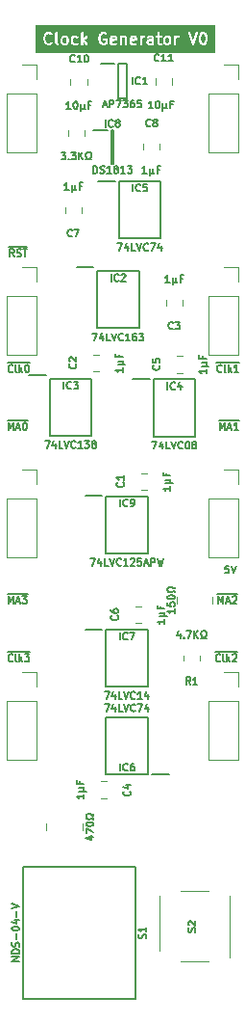
<source format=gbr>
%TF.GenerationSoftware,KiCad,Pcbnew,7.0.5*%
%TF.CreationDate,2023-12-18T11:18:57+02:00*%
%TF.ProjectId,Quad MPU Clock Generator,51756164-204d-4505-9520-436c6f636b20,rev?*%
%TF.SameCoordinates,Original*%
%TF.FileFunction,Legend,Top*%
%TF.FilePolarity,Positive*%
%FSLAX46Y46*%
G04 Gerber Fmt 4.6, Leading zero omitted, Abs format (unit mm)*
G04 Created by KiCad (PCBNEW 7.0.5) date 2023-12-18 11:18:57*
%MOMM*%
%LPD*%
G01*
G04 APERTURE LIST*
%ADD10C,0.150000*%
%ADD11C,0.200000*%
%ADD12C,0.100000*%
%ADD13C,0.120000*%
G04 APERTURE END LIST*
D10*
X109072934Y-84045486D02*
X109042696Y-84075725D01*
X109042696Y-84075725D02*
X108951982Y-84105963D01*
X108951982Y-84105963D02*
X108891506Y-84105963D01*
X108891506Y-84105963D02*
X108800791Y-84075725D01*
X108800791Y-84075725D02*
X108740315Y-84015248D01*
X108740315Y-84015248D02*
X108710077Y-83954772D01*
X108710077Y-83954772D02*
X108679839Y-83833820D01*
X108679839Y-83833820D02*
X108679839Y-83743105D01*
X108679839Y-83743105D02*
X108710077Y-83622153D01*
X108710077Y-83622153D02*
X108740315Y-83561677D01*
X108740315Y-83561677D02*
X108800791Y-83501201D01*
X108800791Y-83501201D02*
X108891506Y-83470963D01*
X108891506Y-83470963D02*
X108951982Y-83470963D01*
X108951982Y-83470963D02*
X109042696Y-83501201D01*
X109042696Y-83501201D02*
X109072934Y-83531439D01*
X109435791Y-84105963D02*
X109375315Y-84075725D01*
X109375315Y-84075725D02*
X109345077Y-84015248D01*
X109345077Y-84015248D02*
X109345077Y-83470963D01*
X109677696Y-84105963D02*
X109677696Y-83470963D01*
X109738172Y-83864058D02*
X109919601Y-84105963D01*
X109919601Y-83682629D02*
X109677696Y-83924534D01*
X110524363Y-84105963D02*
X110161506Y-84105963D01*
X110342934Y-84105963D02*
X110342934Y-83470963D01*
X110342934Y-83470963D02*
X110282458Y-83561677D01*
X110282458Y-83561677D02*
X110221982Y-83622153D01*
X110221982Y-83622153D02*
X110161506Y-83652391D01*
X108622387Y-83294675D02*
X110581816Y-83294675D01*
X108921744Y-89185963D02*
X108921744Y-88550963D01*
X108921744Y-88550963D02*
X109133411Y-89004534D01*
X109133411Y-89004534D02*
X109345077Y-88550963D01*
X109345077Y-88550963D02*
X109345077Y-89185963D01*
X109617220Y-89004534D02*
X109919601Y-89004534D01*
X109556744Y-89185963D02*
X109768410Y-88550963D01*
X109768410Y-88550963D02*
X109980077Y-89185963D01*
X110524363Y-89185963D02*
X110161506Y-89185963D01*
X110342934Y-89185963D02*
X110342934Y-88550963D01*
X110342934Y-88550963D02*
X110282458Y-88641677D01*
X110282458Y-88641677D02*
X110221982Y-88702153D01*
X110221982Y-88702153D02*
X110161506Y-88732391D01*
X108834054Y-88374675D02*
X110581816Y-88374675D01*
X108945934Y-109445486D02*
X108915696Y-109475725D01*
X108915696Y-109475725D02*
X108824982Y-109505963D01*
X108824982Y-109505963D02*
X108764506Y-109505963D01*
X108764506Y-109505963D02*
X108673791Y-109475725D01*
X108673791Y-109475725D02*
X108613315Y-109415248D01*
X108613315Y-109415248D02*
X108583077Y-109354772D01*
X108583077Y-109354772D02*
X108552839Y-109233820D01*
X108552839Y-109233820D02*
X108552839Y-109143105D01*
X108552839Y-109143105D02*
X108583077Y-109022153D01*
X108583077Y-109022153D02*
X108613315Y-108961677D01*
X108613315Y-108961677D02*
X108673791Y-108901201D01*
X108673791Y-108901201D02*
X108764506Y-108870963D01*
X108764506Y-108870963D02*
X108824982Y-108870963D01*
X108824982Y-108870963D02*
X108915696Y-108901201D01*
X108915696Y-108901201D02*
X108945934Y-108931439D01*
X109308791Y-109505963D02*
X109248315Y-109475725D01*
X109248315Y-109475725D02*
X109218077Y-109415248D01*
X109218077Y-109415248D02*
X109218077Y-108870963D01*
X109550696Y-109505963D02*
X109550696Y-108870963D01*
X109611172Y-109264058D02*
X109792601Y-109505963D01*
X109792601Y-109082629D02*
X109550696Y-109324534D01*
X110034506Y-108931439D02*
X110064744Y-108901201D01*
X110064744Y-108901201D02*
X110125220Y-108870963D01*
X110125220Y-108870963D02*
X110276411Y-108870963D01*
X110276411Y-108870963D02*
X110336887Y-108901201D01*
X110336887Y-108901201D02*
X110367125Y-108931439D01*
X110367125Y-108931439D02*
X110397363Y-108991915D01*
X110397363Y-108991915D02*
X110397363Y-109052391D01*
X110397363Y-109052391D02*
X110367125Y-109143105D01*
X110367125Y-109143105D02*
X110004268Y-109505963D01*
X110004268Y-109505963D02*
X110397363Y-109505963D01*
X108495387Y-108694675D02*
X110454816Y-108694675D01*
X108794744Y-104425963D02*
X108794744Y-103790963D01*
X108794744Y-103790963D02*
X109006411Y-104244534D01*
X109006411Y-104244534D02*
X109218077Y-103790963D01*
X109218077Y-103790963D02*
X109218077Y-104425963D01*
X109490220Y-104244534D02*
X109792601Y-104244534D01*
X109429744Y-104425963D02*
X109641410Y-103790963D01*
X109641410Y-103790963D02*
X109853077Y-104425963D01*
X110034506Y-103851439D02*
X110064744Y-103821201D01*
X110064744Y-103821201D02*
X110125220Y-103790963D01*
X110125220Y-103790963D02*
X110276411Y-103790963D01*
X110276411Y-103790963D02*
X110336887Y-103821201D01*
X110336887Y-103821201D02*
X110367125Y-103851439D01*
X110367125Y-103851439D02*
X110397363Y-103911915D01*
X110397363Y-103911915D02*
X110397363Y-103972391D01*
X110397363Y-103972391D02*
X110367125Y-104063105D01*
X110367125Y-104063105D02*
X110004268Y-104425963D01*
X110004268Y-104425963D02*
X110397363Y-104425963D01*
X108707054Y-103614675D02*
X110454816Y-103614675D01*
X90292874Y-104425963D02*
X90292874Y-103790963D01*
X90292874Y-103790963D02*
X90504541Y-104244534D01*
X90504541Y-104244534D02*
X90716207Y-103790963D01*
X90716207Y-103790963D02*
X90716207Y-104425963D01*
X90988350Y-104244534D02*
X91290731Y-104244534D01*
X90927874Y-104425963D02*
X91139540Y-103790963D01*
X91139540Y-103790963D02*
X91351207Y-104425963D01*
X91502398Y-103790963D02*
X91895493Y-103790963D01*
X91895493Y-103790963D02*
X91683826Y-104032867D01*
X91683826Y-104032867D02*
X91774541Y-104032867D01*
X91774541Y-104032867D02*
X91835017Y-104063105D01*
X91835017Y-104063105D02*
X91865255Y-104093344D01*
X91865255Y-104093344D02*
X91895493Y-104153820D01*
X91895493Y-104153820D02*
X91895493Y-104305010D01*
X91895493Y-104305010D02*
X91865255Y-104365486D01*
X91865255Y-104365486D02*
X91835017Y-104395725D01*
X91835017Y-104395725D02*
X91774541Y-104425963D01*
X91774541Y-104425963D02*
X91593112Y-104425963D01*
X91593112Y-104425963D02*
X91532636Y-104395725D01*
X91532636Y-104395725D02*
X91502398Y-104365486D01*
X90205184Y-103614675D02*
X91952946Y-103614675D01*
X90655731Y-109445486D02*
X90625493Y-109475725D01*
X90625493Y-109475725D02*
X90534779Y-109505963D01*
X90534779Y-109505963D02*
X90474303Y-109505963D01*
X90474303Y-109505963D02*
X90383588Y-109475725D01*
X90383588Y-109475725D02*
X90323112Y-109415248D01*
X90323112Y-109415248D02*
X90292874Y-109354772D01*
X90292874Y-109354772D02*
X90262636Y-109233820D01*
X90262636Y-109233820D02*
X90262636Y-109143105D01*
X90262636Y-109143105D02*
X90292874Y-109022153D01*
X90292874Y-109022153D02*
X90323112Y-108961677D01*
X90323112Y-108961677D02*
X90383588Y-108901201D01*
X90383588Y-108901201D02*
X90474303Y-108870963D01*
X90474303Y-108870963D02*
X90534779Y-108870963D01*
X90534779Y-108870963D02*
X90625493Y-108901201D01*
X90625493Y-108901201D02*
X90655731Y-108931439D01*
X91018588Y-109505963D02*
X90958112Y-109475725D01*
X90958112Y-109475725D02*
X90927874Y-109415248D01*
X90927874Y-109415248D02*
X90927874Y-108870963D01*
X91260493Y-109505963D02*
X91260493Y-108870963D01*
X91320969Y-109264058D02*
X91502398Y-109505963D01*
X91502398Y-109082629D02*
X91260493Y-109324534D01*
X91714065Y-108870963D02*
X92107160Y-108870963D01*
X92107160Y-108870963D02*
X91895493Y-109112867D01*
X91895493Y-109112867D02*
X91986208Y-109112867D01*
X91986208Y-109112867D02*
X92046684Y-109143105D01*
X92046684Y-109143105D02*
X92076922Y-109173344D01*
X92076922Y-109173344D02*
X92107160Y-109233820D01*
X92107160Y-109233820D02*
X92107160Y-109385010D01*
X92107160Y-109385010D02*
X92076922Y-109445486D01*
X92076922Y-109445486D02*
X92046684Y-109475725D01*
X92046684Y-109475725D02*
X91986208Y-109505963D01*
X91986208Y-109505963D02*
X91804779Y-109505963D01*
X91804779Y-109505963D02*
X91744303Y-109475725D01*
X91744303Y-109475725D02*
X91714065Y-109445486D01*
X90205184Y-108694675D02*
X92164613Y-108694675D01*
X90292874Y-89185963D02*
X90292874Y-88550963D01*
X90292874Y-88550963D02*
X90504541Y-89004534D01*
X90504541Y-89004534D02*
X90716207Y-88550963D01*
X90716207Y-88550963D02*
X90716207Y-89185963D01*
X90988350Y-89004534D02*
X91290731Y-89004534D01*
X90927874Y-89185963D02*
X91139540Y-88550963D01*
X91139540Y-88550963D02*
X91351207Y-89185963D01*
X91683826Y-88550963D02*
X91744303Y-88550963D01*
X91744303Y-88550963D02*
X91804779Y-88581201D01*
X91804779Y-88581201D02*
X91835017Y-88611439D01*
X91835017Y-88611439D02*
X91865255Y-88671915D01*
X91865255Y-88671915D02*
X91895493Y-88792867D01*
X91895493Y-88792867D02*
X91895493Y-88944058D01*
X91895493Y-88944058D02*
X91865255Y-89065010D01*
X91865255Y-89065010D02*
X91835017Y-89125486D01*
X91835017Y-89125486D02*
X91804779Y-89155725D01*
X91804779Y-89155725D02*
X91744303Y-89185963D01*
X91744303Y-89185963D02*
X91683826Y-89185963D01*
X91683826Y-89185963D02*
X91623350Y-89155725D01*
X91623350Y-89155725D02*
X91593112Y-89125486D01*
X91593112Y-89125486D02*
X91562874Y-89065010D01*
X91562874Y-89065010D02*
X91532636Y-88944058D01*
X91532636Y-88944058D02*
X91532636Y-88792867D01*
X91532636Y-88792867D02*
X91562874Y-88671915D01*
X91562874Y-88671915D02*
X91593112Y-88611439D01*
X91593112Y-88611439D02*
X91623350Y-88581201D01*
X91623350Y-88581201D02*
X91683826Y-88550963D01*
X90205184Y-88374675D02*
X91952946Y-88374675D01*
X90655731Y-84045486D02*
X90625493Y-84075725D01*
X90625493Y-84075725D02*
X90534779Y-84105963D01*
X90534779Y-84105963D02*
X90474303Y-84105963D01*
X90474303Y-84105963D02*
X90383588Y-84075725D01*
X90383588Y-84075725D02*
X90323112Y-84015248D01*
X90323112Y-84015248D02*
X90292874Y-83954772D01*
X90292874Y-83954772D02*
X90262636Y-83833820D01*
X90262636Y-83833820D02*
X90262636Y-83743105D01*
X90262636Y-83743105D02*
X90292874Y-83622153D01*
X90292874Y-83622153D02*
X90323112Y-83561677D01*
X90323112Y-83561677D02*
X90383588Y-83501201D01*
X90383588Y-83501201D02*
X90474303Y-83470963D01*
X90474303Y-83470963D02*
X90534779Y-83470963D01*
X90534779Y-83470963D02*
X90625493Y-83501201D01*
X90625493Y-83501201D02*
X90655731Y-83531439D01*
X91018588Y-84105963D02*
X90958112Y-84075725D01*
X90958112Y-84075725D02*
X90927874Y-84015248D01*
X90927874Y-84015248D02*
X90927874Y-83470963D01*
X91260493Y-84105963D02*
X91260493Y-83470963D01*
X91320969Y-83864058D02*
X91502398Y-84105963D01*
X91502398Y-83682629D02*
X91260493Y-83924534D01*
X91895493Y-83470963D02*
X91955970Y-83470963D01*
X91955970Y-83470963D02*
X92016446Y-83501201D01*
X92016446Y-83501201D02*
X92046684Y-83531439D01*
X92046684Y-83531439D02*
X92076922Y-83591915D01*
X92076922Y-83591915D02*
X92107160Y-83712867D01*
X92107160Y-83712867D02*
X92107160Y-83864058D01*
X92107160Y-83864058D02*
X92076922Y-83985010D01*
X92076922Y-83985010D02*
X92046684Y-84045486D01*
X92046684Y-84045486D02*
X92016446Y-84075725D01*
X92016446Y-84075725D02*
X91955970Y-84105963D01*
X91955970Y-84105963D02*
X91895493Y-84105963D01*
X91895493Y-84105963D02*
X91835017Y-84075725D01*
X91835017Y-84075725D02*
X91804779Y-84045486D01*
X91804779Y-84045486D02*
X91774541Y-83985010D01*
X91774541Y-83985010D02*
X91744303Y-83864058D01*
X91744303Y-83864058D02*
X91744303Y-83712867D01*
X91744303Y-83712867D02*
X91774541Y-83591915D01*
X91774541Y-83591915D02*
X91804779Y-83531439D01*
X91804779Y-83531439D02*
X91835017Y-83501201D01*
X91835017Y-83501201D02*
X91895493Y-83470963D01*
X90205184Y-83294675D02*
X92164613Y-83294675D01*
D11*
G36*
X95334286Y-54779356D02*
G01*
X95358955Y-54804025D01*
X95388760Y-54863633D01*
X95388760Y-55102136D01*
X95358956Y-55161743D01*
X95334285Y-55186414D01*
X95274678Y-55216219D01*
X95179033Y-55216219D01*
X95119426Y-55186415D01*
X95094755Y-55161743D01*
X95064951Y-55102135D01*
X95064951Y-54863634D01*
X95094755Y-54804025D01*
X95119425Y-54779355D01*
X95179033Y-54749552D01*
X95274678Y-54749552D01*
X95334286Y-54779356D01*
G37*
G36*
X99652320Y-54771706D02*
G01*
X99669771Y-54806607D01*
X99398285Y-54860904D01*
X99398285Y-54816015D01*
X99420439Y-54771706D01*
X99464748Y-54749552D01*
X99608012Y-54749552D01*
X99652320Y-54771706D01*
G37*
G36*
X101414225Y-54771706D02*
G01*
X101431676Y-54806607D01*
X101160190Y-54860904D01*
X101160190Y-54816015D01*
X101182344Y-54771706D01*
X101226653Y-54749552D01*
X101369917Y-54749552D01*
X101414225Y-54771706D01*
G37*
G36*
X102912571Y-55035333D02*
G01*
X102912571Y-55206796D01*
X102893727Y-55216219D01*
X102702844Y-55216219D01*
X102658535Y-55194064D01*
X102636381Y-55149755D01*
X102636381Y-55101729D01*
X102658535Y-55057420D01*
X102702844Y-55035266D01*
X102911948Y-55035266D01*
X102912571Y-55035333D01*
G37*
G36*
X104381907Y-54779356D02*
G01*
X104406577Y-54804025D01*
X104436381Y-54863634D01*
X104436381Y-55102135D01*
X104406577Y-55161743D01*
X104381906Y-55186414D01*
X104322299Y-55216219D01*
X104226654Y-55216219D01*
X104167047Y-55186415D01*
X104142376Y-55161743D01*
X104112572Y-55102135D01*
X104112572Y-54863634D01*
X104142376Y-54804025D01*
X104167046Y-54779355D01*
X104226654Y-54749552D01*
X104322299Y-54749552D01*
X104381907Y-54779356D01*
G37*
G36*
X107524765Y-54446023D02*
G01*
X107549435Y-54470692D01*
X107584886Y-54541596D01*
X107626858Y-54709481D01*
X107626858Y-54922954D01*
X107584886Y-55090841D01*
X107549435Y-55161743D01*
X107524764Y-55186414D01*
X107465157Y-55216219D01*
X107417131Y-55216219D01*
X107357524Y-55186415D01*
X107332853Y-55161743D01*
X107297401Y-55090840D01*
X107255430Y-54922954D01*
X107255430Y-54709483D01*
X107297401Y-54541595D01*
X107332853Y-54470692D01*
X107357523Y-54446022D01*
X107417131Y-54416219D01*
X107465157Y-54416219D01*
X107524765Y-54446023D01*
G37*
G36*
X108510192Y-56056857D02*
G01*
X92657808Y-56056857D01*
X92657808Y-54883414D01*
X93337005Y-54883414D01*
X93341141Y-54899957D01*
X93341141Y-54902026D01*
X93344620Y-54913876D01*
X93387425Y-55085096D01*
X93386186Y-55096581D01*
X93394407Y-55113024D01*
X93395233Y-55116326D01*
X93400818Y-55125846D01*
X93441328Y-55206865D01*
X93444905Y-55223308D01*
X93464387Y-55242790D01*
X93483157Y-55262969D01*
X93485049Y-55263452D01*
X93557094Y-55335498D01*
X93572138Y-55354183D01*
X93591523Y-55360644D01*
X93609463Y-55370441D01*
X93618889Y-55369766D01*
X93730955Y-55407121D01*
X93745111Y-55416219D01*
X93772666Y-55416219D01*
X93800203Y-55417215D01*
X93801883Y-55416219D01*
X93857172Y-55416219D01*
X93873479Y-55420373D01*
X93899618Y-55411659D01*
X93926059Y-55403896D01*
X93927338Y-55402419D01*
X94039077Y-55365172D01*
X94062518Y-55360073D01*
X94076970Y-55345620D01*
X94093750Y-55333959D01*
X94097361Y-55325228D01*
X94141067Y-55281522D01*
X94162028Y-55243133D01*
X94158357Y-55191819D01*
X94386186Y-55191819D01*
X94395324Y-55210096D01*
X94401083Y-55229708D01*
X94408223Y-55235895D01*
X94435543Y-55290535D01*
X94435406Y-55294420D01*
X94448550Y-55316550D01*
X94453366Y-55326182D01*
X94455869Y-55328873D01*
X94465395Y-55344911D01*
X94475477Y-55349952D01*
X94483157Y-55358208D01*
X94501233Y-55362830D01*
X94599756Y-55412092D01*
X94642805Y-55419839D01*
X94697050Y-55397341D01*
X94730520Y-55349088D01*
X94732590Y-55290399D01*
X94702601Y-55239908D01*
X94610914Y-55194064D01*
X94588760Y-55149755D01*
X94588760Y-54851216D01*
X94861331Y-54851216D01*
X94864951Y-54859944D01*
X94864951Y-55120356D01*
X94862377Y-55144200D01*
X94871515Y-55162476D01*
X94877274Y-55182089D01*
X94884415Y-55188277D01*
X94917519Y-55254484D01*
X94921096Y-55270927D01*
X94940579Y-55290410D01*
X94959348Y-55310588D01*
X94961240Y-55311071D01*
X94980612Y-55330444D01*
X94989205Y-55344911D01*
X95013843Y-55357230D01*
X95038034Y-55370440D01*
X95039983Y-55370300D01*
X95105888Y-55403253D01*
X95126064Y-55416219D01*
X95146499Y-55416219D01*
X95166615Y-55419839D01*
X95175343Y-55416219D01*
X95292899Y-55416219D01*
X95316742Y-55418793D01*
X95335018Y-55409654D01*
X95354631Y-55403896D01*
X95360819Y-55396754D01*
X95427027Y-55363650D01*
X95443471Y-55360073D01*
X95462956Y-55340587D01*
X95483130Y-55321822D01*
X95483614Y-55319928D01*
X95502987Y-55300555D01*
X95517452Y-55291964D01*
X95529769Y-55267329D01*
X95542981Y-55243133D01*
X95542841Y-55241185D01*
X95575794Y-55175280D01*
X95588760Y-55155105D01*
X95588760Y-55134669D01*
X95592380Y-55114554D01*
X95588760Y-55105825D01*
X95588760Y-54851216D01*
X95766093Y-54851216D01*
X95769713Y-54859944D01*
X95769712Y-55120356D01*
X95767139Y-55144200D01*
X95776277Y-55162476D01*
X95782036Y-55182089D01*
X95789177Y-55188277D01*
X95822281Y-55254484D01*
X95825858Y-55270927D01*
X95845341Y-55290410D01*
X95864110Y-55310588D01*
X95866002Y-55311071D01*
X95885374Y-55330444D01*
X95893967Y-55344911D01*
X95918605Y-55357230D01*
X95942796Y-55370440D01*
X95944745Y-55370300D01*
X96010650Y-55403253D01*
X96030826Y-55416219D01*
X96051261Y-55416219D01*
X96071377Y-55419839D01*
X96080105Y-55416219D01*
X96245280Y-55416219D01*
X96269123Y-55418793D01*
X96287399Y-55409654D01*
X96307012Y-55403896D01*
X96313200Y-55396754D01*
X96403485Y-55351612D01*
X96435511Y-55321822D01*
X96450060Y-55264927D01*
X96431540Y-55209199D01*
X96385830Y-55172329D01*
X96327444Y-55166026D01*
X96227059Y-55216219D01*
X96083795Y-55216219D01*
X96024188Y-55186415D01*
X95999517Y-55161743D01*
X95969713Y-55102135D01*
X95969713Y-55008350D01*
X96672635Y-55008350D01*
X96674475Y-55034079D01*
X96674475Y-55330598D01*
X96686798Y-55372566D01*
X96731180Y-55411023D01*
X96789307Y-55419380D01*
X96842726Y-55394985D01*
X96874475Y-55345582D01*
X96874475Y-55108282D01*
X97084054Y-55387722D01*
X97119094Y-55413903D01*
X97177673Y-55418039D01*
X97229189Y-55389849D01*
X97257287Y-55338281D01*
X97253045Y-55279710D01*
X97001750Y-54944649D01*
X97062986Y-54883414D01*
X98194149Y-54883414D01*
X98198285Y-54899957D01*
X98198285Y-54902026D01*
X98201764Y-54913876D01*
X98244569Y-55085096D01*
X98243330Y-55096581D01*
X98251551Y-55113024D01*
X98252377Y-55116326D01*
X98257962Y-55125846D01*
X98298472Y-55206865D01*
X98302049Y-55223308D01*
X98321531Y-55242790D01*
X98340301Y-55262969D01*
X98342193Y-55263452D01*
X98414238Y-55335498D01*
X98429282Y-55354183D01*
X98448667Y-55360644D01*
X98466607Y-55370441D01*
X98476033Y-55369766D01*
X98588099Y-55407121D01*
X98602255Y-55416219D01*
X98629810Y-55416219D01*
X98657347Y-55417215D01*
X98659027Y-55416219D01*
X98714316Y-55416219D01*
X98730623Y-55420373D01*
X98756762Y-55411659D01*
X98783203Y-55403896D01*
X98784482Y-55402419D01*
X98896221Y-55365172D01*
X98919662Y-55360073D01*
X98934114Y-55345620D01*
X98950894Y-55333959D01*
X98954505Y-55325228D01*
X98975284Y-55304449D01*
X98985583Y-55299746D01*
X98995646Y-55284086D01*
X98998211Y-55281522D01*
X99003388Y-55272040D01*
X99017332Y-55250343D01*
X99017332Y-55246502D01*
X99019172Y-55243133D01*
X99017332Y-55217409D01*
X99017332Y-54894801D01*
X99020493Y-54872815D01*
X99011266Y-54852611D01*
X99005009Y-54831300D01*
X98999258Y-54826317D01*
X98996098Y-54819396D01*
X98977412Y-54807387D01*
X98973038Y-54803597D01*
X99194665Y-54803597D01*
X99198285Y-54812325D01*
X99198284Y-54956463D01*
X99196831Y-54959023D01*
X99198285Y-54985625D01*
X99198285Y-55167975D01*
X99195711Y-55191819D01*
X99204849Y-55210096D01*
X99210608Y-55229708D01*
X99217748Y-55235895D01*
X99245068Y-55290535D01*
X99244931Y-55294420D01*
X99258075Y-55316550D01*
X99262891Y-55326182D01*
X99265394Y-55328873D01*
X99274920Y-55344911D01*
X99285002Y-55349952D01*
X99292682Y-55358208D01*
X99310758Y-55362830D01*
X99391603Y-55403253D01*
X99411779Y-55416219D01*
X99432214Y-55416219D01*
X99452330Y-55419839D01*
X99461058Y-55416219D01*
X99626233Y-55416219D01*
X99650076Y-55418793D01*
X99668352Y-55409654D01*
X99687965Y-55403896D01*
X99694153Y-55396754D01*
X99784438Y-55351612D01*
X99816464Y-55321822D01*
X99831013Y-55264927D01*
X99812493Y-55209199D01*
X99766783Y-55172329D01*
X99708397Y-55166026D01*
X99608012Y-55216219D01*
X99464748Y-55216219D01*
X99420439Y-55194064D01*
X99398285Y-55149755D01*
X99398285Y-55064865D01*
X99777243Y-54989073D01*
X99789307Y-54990808D01*
X99805464Y-54983429D01*
X99808186Y-54982885D01*
X99818496Y-54977477D01*
X99842726Y-54966413D01*
X99844317Y-54963937D01*
X99846922Y-54962571D01*
X99860072Y-54939421D01*
X99874475Y-54917010D01*
X99874475Y-54914066D01*
X99875928Y-54911509D01*
X99874475Y-54884925D01*
X99874475Y-54797793D01*
X99877049Y-54773950D01*
X99867910Y-54755672D01*
X99862152Y-54736062D01*
X99855010Y-54729874D01*
X99851391Y-54722636D01*
X100101207Y-54722636D01*
X100103047Y-54748365D01*
X100103047Y-55330598D01*
X100115370Y-55372566D01*
X100159752Y-55411023D01*
X100217879Y-55419380D01*
X100271298Y-55394985D01*
X100303047Y-55345582D01*
X100303047Y-54786211D01*
X100309902Y-54779355D01*
X100369510Y-54749552D01*
X100465155Y-54749552D01*
X100509463Y-54771706D01*
X100531618Y-54816015D01*
X100531618Y-55330598D01*
X100543941Y-55372566D01*
X100588323Y-55411023D01*
X100646450Y-55419380D01*
X100699869Y-55394985D01*
X100731618Y-55345582D01*
X100731618Y-54803597D01*
X100956570Y-54803597D01*
X100960190Y-54812325D01*
X100960190Y-54956463D01*
X100958736Y-54959023D01*
X100960190Y-54985625D01*
X100960190Y-55167975D01*
X100957616Y-55191819D01*
X100966754Y-55210096D01*
X100972513Y-55229708D01*
X100979653Y-55235895D01*
X101006973Y-55290535D01*
X101006836Y-55294420D01*
X101019980Y-55316550D01*
X101024796Y-55326182D01*
X101027299Y-55328873D01*
X101036825Y-55344911D01*
X101046907Y-55349952D01*
X101054587Y-55358208D01*
X101072663Y-55362830D01*
X101153508Y-55403253D01*
X101173684Y-55416219D01*
X101194119Y-55416219D01*
X101214235Y-55419839D01*
X101222963Y-55416219D01*
X101388138Y-55416219D01*
X101411981Y-55418793D01*
X101430257Y-55409654D01*
X101449870Y-55403896D01*
X101456058Y-55396754D01*
X101546343Y-55351612D01*
X101578369Y-55321822D01*
X101592918Y-55264927D01*
X101574398Y-55209199D01*
X101528688Y-55172329D01*
X101470302Y-55166026D01*
X101369917Y-55216219D01*
X101226653Y-55216219D01*
X101182344Y-55194064D01*
X101160190Y-55149755D01*
X101160190Y-55064865D01*
X101539148Y-54989073D01*
X101551212Y-54990808D01*
X101567369Y-54983429D01*
X101570091Y-54982885D01*
X101580401Y-54977477D01*
X101604631Y-54966413D01*
X101606222Y-54963937D01*
X101608827Y-54962571D01*
X101621977Y-54939421D01*
X101636380Y-54917010D01*
X101636379Y-54914066D01*
X101637833Y-54911509D01*
X101636380Y-54884925D01*
X101636380Y-54851216D01*
X101861332Y-54851216D01*
X101864952Y-54859944D01*
X101864952Y-55330598D01*
X101877275Y-55372566D01*
X101921657Y-55411023D01*
X101979784Y-55419380D01*
X102033203Y-55394985D01*
X102064952Y-55345582D01*
X102064951Y-55089311D01*
X102432761Y-55089311D01*
X102436381Y-55098039D01*
X102436381Y-55167975D01*
X102433807Y-55191819D01*
X102442945Y-55210096D01*
X102448704Y-55229708D01*
X102455844Y-55235895D01*
X102483164Y-55290535D01*
X102483027Y-55294420D01*
X102496171Y-55316550D01*
X102500987Y-55326182D01*
X102503490Y-55328873D01*
X102513016Y-55344911D01*
X102523098Y-55349952D01*
X102530778Y-55358208D01*
X102548854Y-55362830D01*
X102629699Y-55403253D01*
X102649875Y-55416219D01*
X102670310Y-55416219D01*
X102690426Y-55419839D01*
X102699154Y-55416219D01*
X102911948Y-55416219D01*
X102935791Y-55418793D01*
X102954067Y-55409654D01*
X102964247Y-55406665D01*
X102969276Y-55411023D01*
X103027403Y-55419380D01*
X103080822Y-55394985D01*
X103112571Y-55345582D01*
X103112571Y-55281183D01*
X103116728Y-55264927D01*
X103112571Y-55252418D01*
X103112571Y-54900230D01*
X103116728Y-54883974D01*
X103112571Y-54871465D01*
X103112571Y-54797793D01*
X103115145Y-54773950D01*
X103106006Y-54755672D01*
X103100248Y-54736062D01*
X103093106Y-54729874D01*
X103065787Y-54675236D01*
X103065925Y-54671351D01*
X103061787Y-54664384D01*
X103242744Y-54664384D01*
X103267139Y-54717803D01*
X103316542Y-54749552D01*
X103388762Y-54749552D01*
X103388762Y-55167975D01*
X103386188Y-55191819D01*
X103395326Y-55210096D01*
X103401085Y-55229708D01*
X103408225Y-55235895D01*
X103435545Y-55290535D01*
X103435408Y-55294420D01*
X103448552Y-55316550D01*
X103453368Y-55326182D01*
X103455871Y-55328873D01*
X103465397Y-55344911D01*
X103475479Y-55349952D01*
X103483159Y-55358208D01*
X103501235Y-55362830D01*
X103582080Y-55403253D01*
X103602256Y-55416219D01*
X103622691Y-55416219D01*
X103642807Y-55419839D01*
X103651535Y-55416219D01*
X103741236Y-55416219D01*
X103783204Y-55403896D01*
X103821661Y-55359514D01*
X103830018Y-55301387D01*
X103805623Y-55247968D01*
X103756220Y-55216219D01*
X103655225Y-55216219D01*
X103610916Y-55194064D01*
X103588762Y-55149755D01*
X103588762Y-54851216D01*
X103908952Y-54851216D01*
X103912572Y-54859944D01*
X103912572Y-55120356D01*
X103909998Y-55144200D01*
X103919136Y-55162476D01*
X103924895Y-55182089D01*
X103932036Y-55188277D01*
X103965140Y-55254484D01*
X103968717Y-55270927D01*
X103988200Y-55290410D01*
X104006969Y-55310588D01*
X104008861Y-55311071D01*
X104028233Y-55330444D01*
X104036826Y-55344911D01*
X104061464Y-55357230D01*
X104085655Y-55370440D01*
X104087604Y-55370300D01*
X104153509Y-55403253D01*
X104173685Y-55416219D01*
X104194120Y-55416219D01*
X104214236Y-55419839D01*
X104222964Y-55416219D01*
X104340520Y-55416219D01*
X104364363Y-55418793D01*
X104382639Y-55409654D01*
X104402252Y-55403896D01*
X104408440Y-55396754D01*
X104474648Y-55363650D01*
X104491092Y-55360073D01*
X104510577Y-55340587D01*
X104530751Y-55321822D01*
X104531235Y-55319928D01*
X104550608Y-55300555D01*
X104565073Y-55291964D01*
X104577390Y-55267329D01*
X104590602Y-55243133D01*
X104590462Y-55241185D01*
X104623415Y-55175280D01*
X104636381Y-55155105D01*
X104636381Y-55134669D01*
X104640001Y-55114554D01*
X104636381Y-55105825D01*
X104636380Y-54851216D01*
X104861333Y-54851216D01*
X104864953Y-54859944D01*
X104864953Y-55330598D01*
X104877276Y-55372566D01*
X104921658Y-55411023D01*
X104979785Y-55419380D01*
X105033204Y-55394985D01*
X105064953Y-55345582D01*
X105064953Y-54863634D01*
X105094757Y-54804025D01*
X105119427Y-54779355D01*
X105179035Y-54749552D01*
X105265046Y-54749552D01*
X105307014Y-54737229D01*
X105345471Y-54692847D01*
X105353828Y-54634720D01*
X105329433Y-54581301D01*
X105280030Y-54549552D01*
X105160813Y-54549552D01*
X105136970Y-54546978D01*
X105118692Y-54556116D01*
X105099082Y-54561875D01*
X105092894Y-54569016D01*
X105049661Y-54590632D01*
X105008248Y-54554748D01*
X104950121Y-54546391D01*
X104896702Y-54570786D01*
X104864953Y-54620189D01*
X104864953Y-54831100D01*
X104861333Y-54851216D01*
X104636380Y-54851216D01*
X104636380Y-54845412D01*
X104638955Y-54821569D01*
X104629816Y-54803291D01*
X104624058Y-54783681D01*
X104616916Y-54777493D01*
X104583811Y-54711282D01*
X104580235Y-54694842D01*
X104560760Y-54675367D01*
X104541984Y-54655181D01*
X104540089Y-54654696D01*
X104520719Y-54635326D01*
X104512127Y-54620860D01*
X104487492Y-54608542D01*
X104463297Y-54595331D01*
X104461347Y-54595470D01*
X104395446Y-54562519D01*
X104375268Y-54549552D01*
X104354832Y-54549552D01*
X104334717Y-54545932D01*
X104325989Y-54549552D01*
X104208432Y-54549552D01*
X104184589Y-54546978D01*
X104166311Y-54556116D01*
X104146701Y-54561875D01*
X104140513Y-54569016D01*
X104074302Y-54602121D01*
X104057862Y-54605698D01*
X104038387Y-54625172D01*
X104018201Y-54643949D01*
X104017716Y-54645843D01*
X103998346Y-54665213D01*
X103983880Y-54673806D01*
X103971562Y-54698440D01*
X103958351Y-54722636D01*
X103958490Y-54724585D01*
X103925539Y-54790486D01*
X103912572Y-54810665D01*
X103912572Y-54831100D01*
X103908952Y-54851216D01*
X103588762Y-54851216D01*
X103588762Y-54749552D01*
X103741236Y-54749552D01*
X103783204Y-54737229D01*
X103821661Y-54692847D01*
X103830018Y-54634720D01*
X103805623Y-54581301D01*
X103756220Y-54549552D01*
X103588762Y-54549552D01*
X103588762Y-54319986D01*
X106098895Y-54319986D01*
X106435793Y-55330679D01*
X106435386Y-55341949D01*
X106444901Y-55358002D01*
X106446061Y-55361482D01*
X106452195Y-55370309D01*
X106465329Y-55392467D01*
X106468805Y-55394209D01*
X106471023Y-55397400D01*
X106494814Y-55407242D01*
X106517831Y-55418776D01*
X106521694Y-55418362D01*
X106525288Y-55419849D01*
X106550618Y-55415266D01*
X106576223Y-55412526D01*
X106579253Y-55410086D01*
X106583075Y-55409395D01*
X106601901Y-55391851D01*
X106621965Y-55375698D01*
X106623194Y-55372009D01*
X106626038Y-55369360D01*
X106632394Y-55344409D01*
X106770186Y-54931033D01*
X107051294Y-54931033D01*
X107055430Y-54947576D01*
X107055430Y-54949645D01*
X107058909Y-54961495D01*
X107101714Y-55132715D01*
X107100475Y-55144200D01*
X107108696Y-55160642D01*
X107109522Y-55163945D01*
X107115107Y-55173465D01*
X107155617Y-55254484D01*
X107159194Y-55270927D01*
X107178677Y-55290410D01*
X107197446Y-55310588D01*
X107199338Y-55311071D01*
X107218710Y-55330444D01*
X107227303Y-55344911D01*
X107251941Y-55357230D01*
X107276132Y-55370440D01*
X107278081Y-55370300D01*
X107343986Y-55403253D01*
X107364162Y-55416219D01*
X107384597Y-55416219D01*
X107404713Y-55419839D01*
X107413441Y-55416219D01*
X107483378Y-55416219D01*
X107507221Y-55418793D01*
X107525497Y-55409654D01*
X107545110Y-55403896D01*
X107551298Y-55396754D01*
X107617506Y-55363650D01*
X107633950Y-55360073D01*
X107653435Y-55340587D01*
X107673609Y-55321822D01*
X107674093Y-55319928D01*
X107693466Y-55300555D01*
X107707931Y-55291964D01*
X107720248Y-55267329D01*
X107733460Y-55243133D01*
X107733320Y-55241185D01*
X107760715Y-55186395D01*
X107769132Y-55178482D01*
X107773591Y-55160643D01*
X107775112Y-55157603D01*
X107777065Y-55146748D01*
X107819881Y-54975485D01*
X107826858Y-54964629D01*
X107826858Y-54947578D01*
X107827360Y-54945570D01*
X107826858Y-54933223D01*
X107826858Y-54713629D01*
X107830994Y-54701404D01*
X107826858Y-54684859D01*
X107826858Y-54682792D01*
X107823378Y-54670941D01*
X107780573Y-54499720D01*
X107781813Y-54488236D01*
X107773591Y-54471792D01*
X107772766Y-54468492D01*
X107767182Y-54458975D01*
X107726669Y-54377949D01*
X107723093Y-54361509D01*
X107703618Y-54342034D01*
X107684842Y-54321848D01*
X107682947Y-54321363D01*
X107663577Y-54301993D01*
X107654985Y-54287527D01*
X107630350Y-54275209D01*
X107606155Y-54261998D01*
X107604205Y-54262137D01*
X107538304Y-54229186D01*
X107518126Y-54216219D01*
X107497690Y-54216219D01*
X107477575Y-54212599D01*
X107468847Y-54216219D01*
X107398909Y-54216219D01*
X107375066Y-54213645D01*
X107356788Y-54222783D01*
X107337178Y-54228542D01*
X107330990Y-54235683D01*
X107264779Y-54268788D01*
X107248339Y-54272365D01*
X107228864Y-54291839D01*
X107208678Y-54310616D01*
X107208193Y-54312510D01*
X107188823Y-54331880D01*
X107174357Y-54340473D01*
X107162039Y-54365107D01*
X107148828Y-54389303D01*
X107148967Y-54391252D01*
X107121573Y-54446040D01*
X107113156Y-54453955D01*
X107108695Y-54471795D01*
X107107176Y-54474835D01*
X107105223Y-54485686D01*
X107062406Y-54656951D01*
X107055430Y-54667808D01*
X107055430Y-54684859D01*
X107054928Y-54686867D01*
X107055430Y-54699213D01*
X107055430Y-54918807D01*
X107051294Y-54931033D01*
X106770186Y-54931033D01*
X106969130Y-54334201D01*
X106970711Y-54290490D01*
X106940768Y-54239972D01*
X106888266Y-54213662D01*
X106829874Y-54219913D01*
X106784132Y-54256740D01*
X106536382Y-54999990D01*
X106293370Y-54270955D01*
X106268408Y-54235038D01*
X106214143Y-54212589D01*
X106156356Y-54223042D01*
X106113392Y-54263078D01*
X106098895Y-54319986D01*
X103588762Y-54319986D01*
X103588762Y-54301840D01*
X103576439Y-54259872D01*
X103532057Y-54221415D01*
X103473930Y-54213058D01*
X103420511Y-54237453D01*
X103388762Y-54286856D01*
X103388762Y-54549552D01*
X103331526Y-54549552D01*
X103289558Y-54561875D01*
X103251101Y-54606257D01*
X103242744Y-54664384D01*
X103061787Y-54664384D01*
X103052775Y-54649211D01*
X103047964Y-54639589D01*
X103045463Y-54636900D01*
X103035936Y-54620860D01*
X103025854Y-54615819D01*
X103018174Y-54607562D01*
X103000093Y-54602938D01*
X102919255Y-54562519D01*
X102899077Y-54549552D01*
X102878641Y-54549552D01*
X102858526Y-54545932D01*
X102849798Y-54549552D01*
X102684622Y-54549552D01*
X102660779Y-54546978D01*
X102642501Y-54556116D01*
X102622891Y-54561875D01*
X102616703Y-54569016D01*
X102526418Y-54614159D01*
X102494391Y-54643949D01*
X102479843Y-54700844D01*
X102498363Y-54756572D01*
X102544072Y-54793442D01*
X102602458Y-54799745D01*
X102702844Y-54749552D01*
X102846108Y-54749552D01*
X102890416Y-54771706D01*
X102912571Y-54816015D01*
X102912571Y-54825843D01*
X102893727Y-54835266D01*
X102684622Y-54835266D01*
X102660779Y-54832692D01*
X102642501Y-54841830D01*
X102622891Y-54847589D01*
X102616703Y-54854730D01*
X102562065Y-54882049D01*
X102558180Y-54881912D01*
X102536040Y-54895061D01*
X102526418Y-54899873D01*
X102523729Y-54902373D01*
X102507689Y-54911901D01*
X102502648Y-54921982D01*
X102494391Y-54929663D01*
X102489767Y-54947743D01*
X102449348Y-55028581D01*
X102436381Y-55048760D01*
X102436381Y-55069195D01*
X102432761Y-55089311D01*
X102064951Y-55089311D01*
X102064951Y-54863634D01*
X102094756Y-54804025D01*
X102119426Y-54779355D01*
X102179034Y-54749552D01*
X102265045Y-54749552D01*
X102307013Y-54737229D01*
X102345470Y-54692847D01*
X102353827Y-54634720D01*
X102329432Y-54581301D01*
X102280029Y-54549552D01*
X102160812Y-54549552D01*
X102136969Y-54546978D01*
X102118691Y-54556116D01*
X102099081Y-54561875D01*
X102092893Y-54569016D01*
X102049660Y-54590632D01*
X102008247Y-54554748D01*
X101950120Y-54546391D01*
X101896701Y-54570786D01*
X101864952Y-54620189D01*
X101864952Y-54831100D01*
X101861332Y-54851216D01*
X101636380Y-54851216D01*
X101636380Y-54797793D01*
X101638954Y-54773950D01*
X101629815Y-54755672D01*
X101624057Y-54736062D01*
X101616915Y-54729874D01*
X101589596Y-54675236D01*
X101589734Y-54671351D01*
X101576584Y-54649211D01*
X101571773Y-54639589D01*
X101569272Y-54636900D01*
X101559745Y-54620860D01*
X101549663Y-54615819D01*
X101541983Y-54607562D01*
X101523902Y-54602938D01*
X101443064Y-54562519D01*
X101422886Y-54549552D01*
X101402450Y-54549552D01*
X101382335Y-54545932D01*
X101373607Y-54549552D01*
X101208431Y-54549552D01*
X101184588Y-54546978D01*
X101166310Y-54556116D01*
X101146700Y-54561875D01*
X101140512Y-54569016D01*
X101085874Y-54596335D01*
X101081989Y-54596198D01*
X101059849Y-54609347D01*
X101050227Y-54614159D01*
X101047538Y-54616659D01*
X101031498Y-54626187D01*
X101026457Y-54636268D01*
X101018200Y-54643949D01*
X101013576Y-54662029D01*
X100973157Y-54742867D01*
X100960190Y-54763046D01*
X100960190Y-54783481D01*
X100956570Y-54803597D01*
X100731618Y-54803597D01*
X100731618Y-54797793D01*
X100734192Y-54773950D01*
X100725053Y-54755672D01*
X100719295Y-54736062D01*
X100712153Y-54729874D01*
X100684834Y-54675236D01*
X100684972Y-54671351D01*
X100671822Y-54649211D01*
X100667011Y-54639589D01*
X100664510Y-54636900D01*
X100654983Y-54620860D01*
X100644901Y-54615819D01*
X100637221Y-54607562D01*
X100619140Y-54602938D01*
X100538302Y-54562519D01*
X100518124Y-54549552D01*
X100497688Y-54549552D01*
X100477573Y-54545932D01*
X100468845Y-54549552D01*
X100351288Y-54549552D01*
X100327445Y-54546978D01*
X100309167Y-54556116D01*
X100289557Y-54561875D01*
X100283369Y-54569016D01*
X100270331Y-54575534D01*
X100246342Y-54554748D01*
X100188215Y-54546391D01*
X100134796Y-54570786D01*
X100103047Y-54620189D01*
X100103047Y-54719266D01*
X100101207Y-54722636D01*
X99851391Y-54722636D01*
X99827691Y-54675236D01*
X99827829Y-54671351D01*
X99814679Y-54649211D01*
X99809868Y-54639589D01*
X99807367Y-54636900D01*
X99797840Y-54620860D01*
X99787758Y-54615819D01*
X99780078Y-54607562D01*
X99761997Y-54602938D01*
X99681159Y-54562519D01*
X99660981Y-54549552D01*
X99640545Y-54549552D01*
X99620430Y-54545932D01*
X99611702Y-54549552D01*
X99446526Y-54549552D01*
X99422683Y-54546978D01*
X99404405Y-54556116D01*
X99384795Y-54561875D01*
X99378607Y-54569016D01*
X99323969Y-54596335D01*
X99320084Y-54596198D01*
X99297944Y-54609347D01*
X99288322Y-54614159D01*
X99285633Y-54616659D01*
X99269593Y-54626187D01*
X99264552Y-54636268D01*
X99256295Y-54643949D01*
X99251671Y-54662029D01*
X99211252Y-54742867D01*
X99198285Y-54763046D01*
X99198285Y-54783481D01*
X99194665Y-54803597D01*
X98973038Y-54803597D01*
X98960627Y-54792843D01*
X98953095Y-54791760D01*
X98946695Y-54787647D01*
X98924486Y-54787647D01*
X98902500Y-54784486D01*
X98895578Y-54787647D01*
X98712477Y-54787647D01*
X98670509Y-54799970D01*
X98632052Y-54844352D01*
X98623695Y-54902479D01*
X98648090Y-54955898D01*
X98697493Y-54987647D01*
X98817332Y-54987647D01*
X98817332Y-55179559D01*
X98815694Y-55181196D01*
X98710629Y-55216219D01*
X98647845Y-55216219D01*
X98542779Y-55181197D01*
X98475708Y-55114124D01*
X98440256Y-55043221D01*
X98398285Y-54875335D01*
X98398285Y-54757102D01*
X98440256Y-54589214D01*
X98475708Y-54518311D01*
X98542778Y-54451241D01*
X98647844Y-54416219D01*
X98750869Y-54416219D01*
X98837852Y-54459711D01*
X98880901Y-54467458D01*
X98935146Y-54444960D01*
X98968616Y-54396707D01*
X98970686Y-54338018D01*
X98940697Y-54287527D01*
X98824016Y-54229186D01*
X98803838Y-54216219D01*
X98783402Y-54216219D01*
X98763287Y-54212599D01*
X98754559Y-54216219D01*
X98644156Y-54216219D01*
X98627851Y-54212065D01*
X98601710Y-54220778D01*
X98575271Y-54228542D01*
X98573991Y-54230018D01*
X98462253Y-54267264D01*
X98438813Y-54272364D01*
X98424360Y-54286816D01*
X98407580Y-54298479D01*
X98403968Y-54307208D01*
X98331677Y-54379500D01*
X98317212Y-54388092D01*
X98304894Y-54412726D01*
X98291683Y-54436922D01*
X98291822Y-54438871D01*
X98264428Y-54493659D01*
X98256011Y-54501574D01*
X98251551Y-54519413D01*
X98250031Y-54522454D01*
X98248078Y-54533305D01*
X98205261Y-54704570D01*
X98198285Y-54715427D01*
X98198285Y-54732478D01*
X98197783Y-54734486D01*
X98198285Y-54746832D01*
X98198285Y-54871188D01*
X98194149Y-54883414D01*
X97062986Y-54883414D01*
X97236305Y-54710096D01*
X97257267Y-54671706D01*
X97253077Y-54613130D01*
X97217885Y-54566119D01*
X97162862Y-54545596D01*
X97105479Y-54558079D01*
X96874475Y-54789083D01*
X96874475Y-54301840D01*
X96862152Y-54259872D01*
X96817770Y-54221415D01*
X96759643Y-54213058D01*
X96706224Y-54237453D01*
X96674475Y-54286856D01*
X96674475Y-55004980D01*
X96672635Y-55008350D01*
X95969713Y-55008350D01*
X95969713Y-54863634D01*
X95999517Y-54804025D01*
X96024186Y-54779356D01*
X96083795Y-54749552D01*
X96227059Y-54749552D01*
X96314042Y-54793044D01*
X96357091Y-54800791D01*
X96411336Y-54778293D01*
X96444806Y-54730040D01*
X96446876Y-54671351D01*
X96416887Y-54620860D01*
X96300206Y-54562519D01*
X96280028Y-54549552D01*
X96259592Y-54549552D01*
X96239477Y-54545932D01*
X96230749Y-54549552D01*
X96065573Y-54549552D01*
X96041730Y-54546978D01*
X96023452Y-54556116D01*
X96003842Y-54561875D01*
X95997654Y-54569016D01*
X95931443Y-54602121D01*
X95915003Y-54605698D01*
X95895528Y-54625172D01*
X95875342Y-54643949D01*
X95874857Y-54645843D01*
X95855487Y-54665213D01*
X95841021Y-54673806D01*
X95828703Y-54698440D01*
X95815492Y-54722636D01*
X95815631Y-54724585D01*
X95782680Y-54790486D01*
X95769713Y-54810665D01*
X95769713Y-54831100D01*
X95766093Y-54851216D01*
X95588760Y-54851216D01*
X95588760Y-54845412D01*
X95591334Y-54821569D01*
X95582195Y-54803291D01*
X95576437Y-54783681D01*
X95569295Y-54777493D01*
X95536190Y-54711282D01*
X95532614Y-54694842D01*
X95513139Y-54675367D01*
X95494363Y-54655181D01*
X95492468Y-54654696D01*
X95473098Y-54635326D01*
X95464506Y-54620860D01*
X95439871Y-54608542D01*
X95415676Y-54595331D01*
X95413726Y-54595470D01*
X95347825Y-54562519D01*
X95327647Y-54549552D01*
X95307211Y-54549552D01*
X95287096Y-54545932D01*
X95278368Y-54549552D01*
X95160811Y-54549552D01*
X95136968Y-54546978D01*
X95118690Y-54556116D01*
X95099080Y-54561875D01*
X95092892Y-54569016D01*
X95026681Y-54602121D01*
X95010241Y-54605698D01*
X94990766Y-54625172D01*
X94970580Y-54643949D01*
X94970095Y-54645843D01*
X94950725Y-54665213D01*
X94936259Y-54673806D01*
X94923941Y-54698440D01*
X94910730Y-54722636D01*
X94910869Y-54724585D01*
X94877918Y-54790486D01*
X94864951Y-54810665D01*
X94864951Y-54831100D01*
X94861331Y-54851216D01*
X94588760Y-54851216D01*
X94588760Y-54301840D01*
X94576437Y-54259872D01*
X94532055Y-54221415D01*
X94473928Y-54213058D01*
X94420509Y-54237453D01*
X94388760Y-54286856D01*
X94388760Y-55167975D01*
X94386186Y-55191819D01*
X94158357Y-55191819D01*
X94157838Y-55184557D01*
X94122645Y-55137546D01*
X94067622Y-55117023D01*
X94010239Y-55129507D01*
X93958550Y-55181196D01*
X93853485Y-55216219D01*
X93790701Y-55216219D01*
X93685635Y-55181197D01*
X93618564Y-55114124D01*
X93583112Y-55043221D01*
X93541141Y-54875335D01*
X93541141Y-54757102D01*
X93583112Y-54589214D01*
X93618564Y-54518311D01*
X93685634Y-54451241D01*
X93790700Y-54416219D01*
X93853484Y-54416219D01*
X93958551Y-54451241D01*
X93999645Y-54492335D01*
X94038034Y-54513297D01*
X94096610Y-54509107D01*
X94143621Y-54473915D01*
X94164144Y-54418892D01*
X94151661Y-54361509D01*
X94087085Y-54296933D01*
X94072047Y-54278255D01*
X94052661Y-54271793D01*
X94034723Y-54261998D01*
X94025298Y-54262672D01*
X93913230Y-54225316D01*
X93899075Y-54216219D01*
X93871520Y-54216219D01*
X93843982Y-54215223D01*
X93842302Y-54216219D01*
X93787012Y-54216219D01*
X93770707Y-54212065D01*
X93744566Y-54220778D01*
X93718127Y-54228542D01*
X93716847Y-54230018D01*
X93605109Y-54267264D01*
X93581669Y-54272364D01*
X93567216Y-54286816D01*
X93550436Y-54298479D01*
X93546824Y-54307208D01*
X93474533Y-54379500D01*
X93460068Y-54388092D01*
X93447750Y-54412726D01*
X93434539Y-54436922D01*
X93434678Y-54438871D01*
X93407284Y-54493659D01*
X93398867Y-54501574D01*
X93394407Y-54519413D01*
X93392887Y-54522454D01*
X93390934Y-54533305D01*
X93348117Y-54704570D01*
X93341141Y-54715427D01*
X93341141Y-54732478D01*
X93340639Y-54734486D01*
X93341141Y-54746832D01*
X93341141Y-54871188D01*
X93337005Y-54883414D01*
X92657808Y-54883414D01*
X92657808Y-53671143D01*
X108510192Y-53671143D01*
X108510192Y-56056857D01*
G37*
D10*
X90782731Y-73945963D02*
X90571064Y-73643582D01*
X90419874Y-73945963D02*
X90419874Y-73310963D01*
X90419874Y-73310963D02*
X90661779Y-73310963D01*
X90661779Y-73310963D02*
X90722255Y-73341201D01*
X90722255Y-73341201D02*
X90752493Y-73371439D01*
X90752493Y-73371439D02*
X90782731Y-73431915D01*
X90782731Y-73431915D02*
X90782731Y-73522629D01*
X90782731Y-73522629D02*
X90752493Y-73583105D01*
X90752493Y-73583105D02*
X90722255Y-73613344D01*
X90722255Y-73613344D02*
X90661779Y-73643582D01*
X90661779Y-73643582D02*
X90419874Y-73643582D01*
X91024636Y-73915725D02*
X91115350Y-73945963D01*
X91115350Y-73945963D02*
X91266541Y-73945963D01*
X91266541Y-73945963D02*
X91327017Y-73915725D01*
X91327017Y-73915725D02*
X91357255Y-73885486D01*
X91357255Y-73885486D02*
X91387493Y-73825010D01*
X91387493Y-73825010D02*
X91387493Y-73764534D01*
X91387493Y-73764534D02*
X91357255Y-73704058D01*
X91357255Y-73704058D02*
X91327017Y-73673820D01*
X91327017Y-73673820D02*
X91266541Y-73643582D01*
X91266541Y-73643582D02*
X91145588Y-73613344D01*
X91145588Y-73613344D02*
X91085112Y-73583105D01*
X91085112Y-73583105D02*
X91054874Y-73552867D01*
X91054874Y-73552867D02*
X91024636Y-73492391D01*
X91024636Y-73492391D02*
X91024636Y-73431915D01*
X91024636Y-73431915D02*
X91054874Y-73371439D01*
X91054874Y-73371439D02*
X91085112Y-73341201D01*
X91085112Y-73341201D02*
X91145588Y-73310963D01*
X91145588Y-73310963D02*
X91296779Y-73310963D01*
X91296779Y-73310963D02*
X91387493Y-73341201D01*
X91568922Y-73310963D02*
X91931779Y-73310963D01*
X91750350Y-73945963D02*
X91750350Y-73310963D01*
X90332184Y-73134675D02*
X91928756Y-73134675D01*
X109695839Y-101123963D02*
X109393458Y-101123963D01*
X109393458Y-101123963D02*
X109363220Y-101426344D01*
X109363220Y-101426344D02*
X109393458Y-101396105D01*
X109393458Y-101396105D02*
X109453934Y-101365867D01*
X109453934Y-101365867D02*
X109605125Y-101365867D01*
X109605125Y-101365867D02*
X109665601Y-101396105D01*
X109665601Y-101396105D02*
X109695839Y-101426344D01*
X109695839Y-101426344D02*
X109726077Y-101486820D01*
X109726077Y-101486820D02*
X109726077Y-101638010D01*
X109726077Y-101638010D02*
X109695839Y-101698486D01*
X109695839Y-101698486D02*
X109665601Y-101728725D01*
X109665601Y-101728725D02*
X109605125Y-101758963D01*
X109605125Y-101758963D02*
X109453934Y-101758963D01*
X109453934Y-101758963D02*
X109393458Y-101728725D01*
X109393458Y-101728725D02*
X109363220Y-101698486D01*
X109907506Y-101123963D02*
X110119172Y-101758963D01*
X110119172Y-101758963D02*
X110330839Y-101123963D01*
%TO.C,S2*%
X106717725Y-133273809D02*
X106747963Y-133183095D01*
X106747963Y-133183095D02*
X106747963Y-133031904D01*
X106747963Y-133031904D02*
X106717725Y-132971428D01*
X106717725Y-132971428D02*
X106687486Y-132941190D01*
X106687486Y-132941190D02*
X106627010Y-132910952D01*
X106627010Y-132910952D02*
X106566534Y-132910952D01*
X106566534Y-132910952D02*
X106506058Y-132941190D01*
X106506058Y-132941190D02*
X106475820Y-132971428D01*
X106475820Y-132971428D02*
X106445582Y-133031904D01*
X106445582Y-133031904D02*
X106415344Y-133152857D01*
X106415344Y-133152857D02*
X106385105Y-133213333D01*
X106385105Y-133213333D02*
X106354867Y-133243571D01*
X106354867Y-133243571D02*
X106294391Y-133273809D01*
X106294391Y-133273809D02*
X106233915Y-133273809D01*
X106233915Y-133273809D02*
X106173439Y-133243571D01*
X106173439Y-133243571D02*
X106143201Y-133213333D01*
X106143201Y-133213333D02*
X106112963Y-133152857D01*
X106112963Y-133152857D02*
X106112963Y-133001666D01*
X106112963Y-133001666D02*
X106143201Y-132910952D01*
X106173439Y-132669047D02*
X106143201Y-132638809D01*
X106143201Y-132638809D02*
X106112963Y-132578333D01*
X106112963Y-132578333D02*
X106112963Y-132427142D01*
X106112963Y-132427142D02*
X106143201Y-132366666D01*
X106143201Y-132366666D02*
X106173439Y-132336428D01*
X106173439Y-132336428D02*
X106233915Y-132306190D01*
X106233915Y-132306190D02*
X106294391Y-132306190D01*
X106294391Y-132306190D02*
X106385105Y-132336428D01*
X106385105Y-132336428D02*
X106747963Y-132699285D01*
X106747963Y-132699285D02*
X106747963Y-132306190D01*
%TO.C,S1*%
X102363725Y-133833809D02*
X102393963Y-133743095D01*
X102393963Y-133743095D02*
X102393963Y-133591904D01*
X102393963Y-133591904D02*
X102363725Y-133531428D01*
X102363725Y-133531428D02*
X102333486Y-133501190D01*
X102333486Y-133501190D02*
X102273010Y-133470952D01*
X102273010Y-133470952D02*
X102212534Y-133470952D01*
X102212534Y-133470952D02*
X102152058Y-133501190D01*
X102152058Y-133501190D02*
X102121820Y-133531428D01*
X102121820Y-133531428D02*
X102091582Y-133591904D01*
X102091582Y-133591904D02*
X102061344Y-133712857D01*
X102061344Y-133712857D02*
X102031105Y-133773333D01*
X102031105Y-133773333D02*
X102000867Y-133803571D01*
X102000867Y-133803571D02*
X101940391Y-133833809D01*
X101940391Y-133833809D02*
X101879915Y-133833809D01*
X101879915Y-133833809D02*
X101819439Y-133803571D01*
X101819439Y-133803571D02*
X101789201Y-133773333D01*
X101789201Y-133773333D02*
X101758963Y-133712857D01*
X101758963Y-133712857D02*
X101758963Y-133561666D01*
X101758963Y-133561666D02*
X101789201Y-133470952D01*
X102393963Y-132866190D02*
X102393963Y-133229047D01*
X102393963Y-133047619D02*
X101758963Y-133047619D01*
X101758963Y-133047619D02*
X101849677Y-133108095D01*
X101849677Y-133108095D02*
X101910153Y-133168571D01*
X101910153Y-133168571D02*
X101940391Y-133229047D01*
X91217963Y-135814404D02*
X90582963Y-135814404D01*
X90582963Y-135814404D02*
X91217963Y-135451547D01*
X91217963Y-135451547D02*
X90582963Y-135451547D01*
X91217963Y-135149166D02*
X90582963Y-135149166D01*
X90582963Y-135149166D02*
X90582963Y-134997976D01*
X90582963Y-134997976D02*
X90613201Y-134907261D01*
X90613201Y-134907261D02*
X90673677Y-134846785D01*
X90673677Y-134846785D02*
X90734153Y-134816547D01*
X90734153Y-134816547D02*
X90855105Y-134786309D01*
X90855105Y-134786309D02*
X90945820Y-134786309D01*
X90945820Y-134786309D02*
X91066772Y-134816547D01*
X91066772Y-134816547D02*
X91127248Y-134846785D01*
X91127248Y-134846785D02*
X91187725Y-134907261D01*
X91187725Y-134907261D02*
X91217963Y-134997976D01*
X91217963Y-134997976D02*
X91217963Y-135149166D01*
X91187725Y-134544404D02*
X91217963Y-134453690D01*
X91217963Y-134453690D02*
X91217963Y-134302499D01*
X91217963Y-134302499D02*
X91187725Y-134242023D01*
X91187725Y-134242023D02*
X91157486Y-134211785D01*
X91157486Y-134211785D02*
X91097010Y-134181547D01*
X91097010Y-134181547D02*
X91036534Y-134181547D01*
X91036534Y-134181547D02*
X90976058Y-134211785D01*
X90976058Y-134211785D02*
X90945820Y-134242023D01*
X90945820Y-134242023D02*
X90915582Y-134302499D01*
X90915582Y-134302499D02*
X90885344Y-134423452D01*
X90885344Y-134423452D02*
X90855105Y-134483928D01*
X90855105Y-134483928D02*
X90824867Y-134514166D01*
X90824867Y-134514166D02*
X90764391Y-134544404D01*
X90764391Y-134544404D02*
X90703915Y-134544404D01*
X90703915Y-134544404D02*
X90643439Y-134514166D01*
X90643439Y-134514166D02*
X90613201Y-134483928D01*
X90613201Y-134483928D02*
X90582963Y-134423452D01*
X90582963Y-134423452D02*
X90582963Y-134272261D01*
X90582963Y-134272261D02*
X90613201Y-134181547D01*
X90976058Y-133909404D02*
X90976058Y-133425595D01*
X90582963Y-133002262D02*
X90582963Y-132941785D01*
X90582963Y-132941785D02*
X90613201Y-132881309D01*
X90613201Y-132881309D02*
X90643439Y-132851071D01*
X90643439Y-132851071D02*
X90703915Y-132820833D01*
X90703915Y-132820833D02*
X90824867Y-132790595D01*
X90824867Y-132790595D02*
X90976058Y-132790595D01*
X90976058Y-132790595D02*
X91097010Y-132820833D01*
X91097010Y-132820833D02*
X91157486Y-132851071D01*
X91157486Y-132851071D02*
X91187725Y-132881309D01*
X91187725Y-132881309D02*
X91217963Y-132941785D01*
X91217963Y-132941785D02*
X91217963Y-133002262D01*
X91217963Y-133002262D02*
X91187725Y-133062738D01*
X91187725Y-133062738D02*
X91157486Y-133092976D01*
X91157486Y-133092976D02*
X91097010Y-133123214D01*
X91097010Y-133123214D02*
X90976058Y-133153452D01*
X90976058Y-133153452D02*
X90824867Y-133153452D01*
X90824867Y-133153452D02*
X90703915Y-133123214D01*
X90703915Y-133123214D02*
X90643439Y-133092976D01*
X90643439Y-133092976D02*
X90613201Y-133062738D01*
X90613201Y-133062738D02*
X90582963Y-133002262D01*
X90794629Y-132246309D02*
X91217963Y-132246309D01*
X90552725Y-132397500D02*
X91006296Y-132548690D01*
X91006296Y-132548690D02*
X91006296Y-132155595D01*
X90976058Y-131913690D02*
X90976058Y-131429881D01*
X90582963Y-131218214D02*
X91217963Y-131006548D01*
X91217963Y-131006548D02*
X90582963Y-130794881D01*
%TO.C,RN1*%
X97328629Y-124886666D02*
X97751963Y-124886666D01*
X97086725Y-125037857D02*
X97540296Y-125189047D01*
X97540296Y-125189047D02*
X97540296Y-124795952D01*
X97116963Y-124614523D02*
X97116963Y-124191190D01*
X97116963Y-124191190D02*
X97751963Y-124463333D01*
X97116963Y-123828333D02*
X97116963Y-123767856D01*
X97116963Y-123767856D02*
X97147201Y-123707380D01*
X97147201Y-123707380D02*
X97177439Y-123677142D01*
X97177439Y-123677142D02*
X97237915Y-123646904D01*
X97237915Y-123646904D02*
X97358867Y-123616666D01*
X97358867Y-123616666D02*
X97510058Y-123616666D01*
X97510058Y-123616666D02*
X97631010Y-123646904D01*
X97631010Y-123646904D02*
X97691486Y-123677142D01*
X97691486Y-123677142D02*
X97721725Y-123707380D01*
X97721725Y-123707380D02*
X97751963Y-123767856D01*
X97751963Y-123767856D02*
X97751963Y-123828333D01*
X97751963Y-123828333D02*
X97721725Y-123888809D01*
X97721725Y-123888809D02*
X97691486Y-123919047D01*
X97691486Y-123919047D02*
X97631010Y-123949285D01*
X97631010Y-123949285D02*
X97510058Y-123979523D01*
X97510058Y-123979523D02*
X97358867Y-123979523D01*
X97358867Y-123979523D02*
X97237915Y-123949285D01*
X97237915Y-123949285D02*
X97177439Y-123919047D01*
X97177439Y-123919047D02*
X97147201Y-123888809D01*
X97147201Y-123888809D02*
X97116963Y-123828333D01*
X97751963Y-123374761D02*
X97751963Y-123223571D01*
X97751963Y-123223571D02*
X97631010Y-123223571D01*
X97631010Y-123223571D02*
X97600772Y-123284047D01*
X97600772Y-123284047D02*
X97540296Y-123344523D01*
X97540296Y-123344523D02*
X97449582Y-123374761D01*
X97449582Y-123374761D02*
X97298391Y-123374761D01*
X97298391Y-123374761D02*
X97207677Y-123344523D01*
X97207677Y-123344523D02*
X97147201Y-123284047D01*
X97147201Y-123284047D02*
X97116963Y-123193333D01*
X97116963Y-123193333D02*
X97116963Y-123072380D01*
X97116963Y-123072380D02*
X97147201Y-122981666D01*
X97147201Y-122981666D02*
X97207677Y-122921190D01*
X97207677Y-122921190D02*
X97298391Y-122890952D01*
X97298391Y-122890952D02*
X97449582Y-122890952D01*
X97449582Y-122890952D02*
X97540296Y-122921190D01*
X97540296Y-122921190D02*
X97600772Y-122981666D01*
X97600772Y-122981666D02*
X97631010Y-123042142D01*
X97631010Y-123042142D02*
X97751963Y-123042142D01*
X97751963Y-123042142D02*
X97751963Y-122890952D01*
%TO.C,IC9*%
X100108119Y-95886963D02*
X100108119Y-95251963D01*
X100773357Y-95826486D02*
X100743119Y-95856725D01*
X100743119Y-95856725D02*
X100652405Y-95886963D01*
X100652405Y-95886963D02*
X100591929Y-95886963D01*
X100591929Y-95886963D02*
X100501214Y-95856725D01*
X100501214Y-95856725D02*
X100440738Y-95796248D01*
X100440738Y-95796248D02*
X100410500Y-95735772D01*
X100410500Y-95735772D02*
X100380262Y-95614820D01*
X100380262Y-95614820D02*
X100380262Y-95524105D01*
X100380262Y-95524105D02*
X100410500Y-95403153D01*
X100410500Y-95403153D02*
X100440738Y-95342677D01*
X100440738Y-95342677D02*
X100501214Y-95282201D01*
X100501214Y-95282201D02*
X100591929Y-95251963D01*
X100591929Y-95251963D02*
X100652405Y-95251963D01*
X100652405Y-95251963D02*
X100743119Y-95282201D01*
X100743119Y-95282201D02*
X100773357Y-95312439D01*
X101075738Y-95886963D02*
X101196690Y-95886963D01*
X101196690Y-95886963D02*
X101257167Y-95856725D01*
X101257167Y-95856725D02*
X101287405Y-95826486D01*
X101287405Y-95826486D02*
X101347881Y-95735772D01*
X101347881Y-95735772D02*
X101378119Y-95614820D01*
X101378119Y-95614820D02*
X101378119Y-95372915D01*
X101378119Y-95372915D02*
X101347881Y-95312439D01*
X101347881Y-95312439D02*
X101317643Y-95282201D01*
X101317643Y-95282201D02*
X101257167Y-95251963D01*
X101257167Y-95251963D02*
X101136214Y-95251963D01*
X101136214Y-95251963D02*
X101075738Y-95282201D01*
X101075738Y-95282201D02*
X101045500Y-95312439D01*
X101045500Y-95312439D02*
X101015262Y-95372915D01*
X101015262Y-95372915D02*
X101015262Y-95524105D01*
X101015262Y-95524105D02*
X101045500Y-95584582D01*
X101045500Y-95584582D02*
X101075738Y-95614820D01*
X101075738Y-95614820D02*
X101136214Y-95645058D01*
X101136214Y-95645058D02*
X101257167Y-95645058D01*
X101257167Y-95645058D02*
X101317643Y-95614820D01*
X101317643Y-95614820D02*
X101347881Y-95584582D01*
X101347881Y-95584582D02*
X101378119Y-95524105D01*
X97507642Y-100458963D02*
X97930975Y-100458963D01*
X97930975Y-100458963D02*
X97658832Y-101093963D01*
X98445023Y-100670629D02*
X98445023Y-101093963D01*
X98293832Y-100428725D02*
X98142642Y-100882296D01*
X98142642Y-100882296D02*
X98535737Y-100882296D01*
X99080023Y-101093963D02*
X98777642Y-101093963D01*
X98777642Y-101093963D02*
X98777642Y-100458963D01*
X99200976Y-100458963D02*
X99412642Y-101093963D01*
X99412642Y-101093963D02*
X99624309Y-100458963D01*
X100198833Y-101033486D02*
X100168595Y-101063725D01*
X100168595Y-101063725D02*
X100077881Y-101093963D01*
X100077881Y-101093963D02*
X100017405Y-101093963D01*
X100017405Y-101093963D02*
X99926690Y-101063725D01*
X99926690Y-101063725D02*
X99866214Y-101003248D01*
X99866214Y-101003248D02*
X99835976Y-100942772D01*
X99835976Y-100942772D02*
X99805738Y-100821820D01*
X99805738Y-100821820D02*
X99805738Y-100731105D01*
X99805738Y-100731105D02*
X99835976Y-100610153D01*
X99835976Y-100610153D02*
X99866214Y-100549677D01*
X99866214Y-100549677D02*
X99926690Y-100489201D01*
X99926690Y-100489201D02*
X100017405Y-100458963D01*
X100017405Y-100458963D02*
X100077881Y-100458963D01*
X100077881Y-100458963D02*
X100168595Y-100489201D01*
X100168595Y-100489201D02*
X100198833Y-100519439D01*
X100803595Y-101093963D02*
X100440738Y-101093963D01*
X100622166Y-101093963D02*
X100622166Y-100458963D01*
X100622166Y-100458963D02*
X100561690Y-100549677D01*
X100561690Y-100549677D02*
X100501214Y-100610153D01*
X100501214Y-100610153D02*
X100440738Y-100640391D01*
X101045500Y-100519439D02*
X101075738Y-100489201D01*
X101075738Y-100489201D02*
X101136214Y-100458963D01*
X101136214Y-100458963D02*
X101287405Y-100458963D01*
X101287405Y-100458963D02*
X101347881Y-100489201D01*
X101347881Y-100489201D02*
X101378119Y-100519439D01*
X101378119Y-100519439D02*
X101408357Y-100579915D01*
X101408357Y-100579915D02*
X101408357Y-100640391D01*
X101408357Y-100640391D02*
X101378119Y-100731105D01*
X101378119Y-100731105D02*
X101015262Y-101093963D01*
X101015262Y-101093963D02*
X101408357Y-101093963D01*
X101982881Y-100458963D02*
X101680500Y-100458963D01*
X101680500Y-100458963D02*
X101650262Y-100761344D01*
X101650262Y-100761344D02*
X101680500Y-100731105D01*
X101680500Y-100731105D02*
X101740976Y-100700867D01*
X101740976Y-100700867D02*
X101892167Y-100700867D01*
X101892167Y-100700867D02*
X101952643Y-100731105D01*
X101952643Y-100731105D02*
X101982881Y-100761344D01*
X101982881Y-100761344D02*
X102013119Y-100821820D01*
X102013119Y-100821820D02*
X102013119Y-100973010D01*
X102013119Y-100973010D02*
X101982881Y-101033486D01*
X101982881Y-101033486D02*
X101952643Y-101063725D01*
X101952643Y-101063725D02*
X101892167Y-101093963D01*
X101892167Y-101093963D02*
X101740976Y-101093963D01*
X101740976Y-101093963D02*
X101680500Y-101063725D01*
X101680500Y-101063725D02*
X101650262Y-101033486D01*
X102255024Y-100912534D02*
X102557405Y-100912534D01*
X102194548Y-101093963D02*
X102406214Y-100458963D01*
X102406214Y-100458963D02*
X102617881Y-101093963D01*
X102829548Y-101093963D02*
X102829548Y-100458963D01*
X102829548Y-100458963D02*
X103071453Y-100458963D01*
X103071453Y-100458963D02*
X103131929Y-100489201D01*
X103131929Y-100489201D02*
X103162167Y-100519439D01*
X103162167Y-100519439D02*
X103192405Y-100579915D01*
X103192405Y-100579915D02*
X103192405Y-100670629D01*
X103192405Y-100670629D02*
X103162167Y-100731105D01*
X103162167Y-100731105D02*
X103131929Y-100761344D01*
X103131929Y-100761344D02*
X103071453Y-100791582D01*
X103071453Y-100791582D02*
X102829548Y-100791582D01*
X103404072Y-100458963D02*
X103555262Y-101093963D01*
X103555262Y-101093963D02*
X103676215Y-100640391D01*
X103676215Y-100640391D02*
X103797167Y-101093963D01*
X103797167Y-101093963D02*
X103948358Y-100458963D01*
%TO.C,IC8*%
X98821119Y-62581963D02*
X98821119Y-61946963D01*
X99486357Y-62521486D02*
X99456119Y-62551725D01*
X99456119Y-62551725D02*
X99365405Y-62581963D01*
X99365405Y-62581963D02*
X99304929Y-62581963D01*
X99304929Y-62581963D02*
X99214214Y-62551725D01*
X99214214Y-62551725D02*
X99153738Y-62491248D01*
X99153738Y-62491248D02*
X99123500Y-62430772D01*
X99123500Y-62430772D02*
X99093262Y-62309820D01*
X99093262Y-62309820D02*
X99093262Y-62219105D01*
X99093262Y-62219105D02*
X99123500Y-62098153D01*
X99123500Y-62098153D02*
X99153738Y-62037677D01*
X99153738Y-62037677D02*
X99214214Y-61977201D01*
X99214214Y-61977201D02*
X99304929Y-61946963D01*
X99304929Y-61946963D02*
X99365405Y-61946963D01*
X99365405Y-61946963D02*
X99456119Y-61977201D01*
X99456119Y-61977201D02*
X99486357Y-62007439D01*
X99849214Y-62219105D02*
X99788738Y-62188867D01*
X99788738Y-62188867D02*
X99758500Y-62158629D01*
X99758500Y-62158629D02*
X99728262Y-62098153D01*
X99728262Y-62098153D02*
X99728262Y-62067915D01*
X99728262Y-62067915D02*
X99758500Y-62007439D01*
X99758500Y-62007439D02*
X99788738Y-61977201D01*
X99788738Y-61977201D02*
X99849214Y-61946963D01*
X99849214Y-61946963D02*
X99970167Y-61946963D01*
X99970167Y-61946963D02*
X100030643Y-61977201D01*
X100030643Y-61977201D02*
X100060881Y-62007439D01*
X100060881Y-62007439D02*
X100091119Y-62067915D01*
X100091119Y-62067915D02*
X100091119Y-62098153D01*
X100091119Y-62098153D02*
X100060881Y-62158629D01*
X100060881Y-62158629D02*
X100030643Y-62188867D01*
X100030643Y-62188867D02*
X99970167Y-62219105D01*
X99970167Y-62219105D02*
X99849214Y-62219105D01*
X99849214Y-62219105D02*
X99788738Y-62249344D01*
X99788738Y-62249344D02*
X99758500Y-62279582D01*
X99758500Y-62279582D02*
X99728262Y-62340058D01*
X99728262Y-62340058D02*
X99728262Y-62461010D01*
X99728262Y-62461010D02*
X99758500Y-62521486D01*
X99758500Y-62521486D02*
X99788738Y-62551725D01*
X99788738Y-62551725D02*
X99849214Y-62581963D01*
X99849214Y-62581963D02*
X99970167Y-62581963D01*
X99970167Y-62581963D02*
X100030643Y-62551725D01*
X100030643Y-62551725D02*
X100060881Y-62521486D01*
X100060881Y-62521486D02*
X100091119Y-62461010D01*
X100091119Y-62461010D02*
X100091119Y-62340058D01*
X100091119Y-62340058D02*
X100060881Y-62279582D01*
X100060881Y-62279582D02*
X100030643Y-62249344D01*
X100030643Y-62249344D02*
X99970167Y-62219105D01*
X97762785Y-66645963D02*
X97762785Y-66010963D01*
X97762785Y-66010963D02*
X97913975Y-66010963D01*
X97913975Y-66010963D02*
X98004690Y-66041201D01*
X98004690Y-66041201D02*
X98065166Y-66101677D01*
X98065166Y-66101677D02*
X98095404Y-66162153D01*
X98095404Y-66162153D02*
X98125642Y-66283105D01*
X98125642Y-66283105D02*
X98125642Y-66373820D01*
X98125642Y-66373820D02*
X98095404Y-66494772D01*
X98095404Y-66494772D02*
X98065166Y-66555248D01*
X98065166Y-66555248D02*
X98004690Y-66615725D01*
X98004690Y-66615725D02*
X97913975Y-66645963D01*
X97913975Y-66645963D02*
X97762785Y-66645963D01*
X98367547Y-66615725D02*
X98458261Y-66645963D01*
X98458261Y-66645963D02*
X98609452Y-66645963D01*
X98609452Y-66645963D02*
X98669928Y-66615725D01*
X98669928Y-66615725D02*
X98700166Y-66585486D01*
X98700166Y-66585486D02*
X98730404Y-66525010D01*
X98730404Y-66525010D02*
X98730404Y-66464534D01*
X98730404Y-66464534D02*
X98700166Y-66404058D01*
X98700166Y-66404058D02*
X98669928Y-66373820D01*
X98669928Y-66373820D02*
X98609452Y-66343582D01*
X98609452Y-66343582D02*
X98488499Y-66313344D01*
X98488499Y-66313344D02*
X98428023Y-66283105D01*
X98428023Y-66283105D02*
X98397785Y-66252867D01*
X98397785Y-66252867D02*
X98367547Y-66192391D01*
X98367547Y-66192391D02*
X98367547Y-66131915D01*
X98367547Y-66131915D02*
X98397785Y-66071439D01*
X98397785Y-66071439D02*
X98428023Y-66041201D01*
X98428023Y-66041201D02*
X98488499Y-66010963D01*
X98488499Y-66010963D02*
X98639690Y-66010963D01*
X98639690Y-66010963D02*
X98730404Y-66041201D01*
X99335166Y-66645963D02*
X98972309Y-66645963D01*
X99153737Y-66645963D02*
X99153737Y-66010963D01*
X99153737Y-66010963D02*
X99093261Y-66101677D01*
X99093261Y-66101677D02*
X99032785Y-66162153D01*
X99032785Y-66162153D02*
X98972309Y-66192391D01*
X99698023Y-66283105D02*
X99637547Y-66252867D01*
X99637547Y-66252867D02*
X99607309Y-66222629D01*
X99607309Y-66222629D02*
X99577071Y-66162153D01*
X99577071Y-66162153D02*
X99577071Y-66131915D01*
X99577071Y-66131915D02*
X99607309Y-66071439D01*
X99607309Y-66071439D02*
X99637547Y-66041201D01*
X99637547Y-66041201D02*
X99698023Y-66010963D01*
X99698023Y-66010963D02*
X99818976Y-66010963D01*
X99818976Y-66010963D02*
X99879452Y-66041201D01*
X99879452Y-66041201D02*
X99909690Y-66071439D01*
X99909690Y-66071439D02*
X99939928Y-66131915D01*
X99939928Y-66131915D02*
X99939928Y-66162153D01*
X99939928Y-66162153D02*
X99909690Y-66222629D01*
X99909690Y-66222629D02*
X99879452Y-66252867D01*
X99879452Y-66252867D02*
X99818976Y-66283105D01*
X99818976Y-66283105D02*
X99698023Y-66283105D01*
X99698023Y-66283105D02*
X99637547Y-66313344D01*
X99637547Y-66313344D02*
X99607309Y-66343582D01*
X99607309Y-66343582D02*
X99577071Y-66404058D01*
X99577071Y-66404058D02*
X99577071Y-66525010D01*
X99577071Y-66525010D02*
X99607309Y-66585486D01*
X99607309Y-66585486D02*
X99637547Y-66615725D01*
X99637547Y-66615725D02*
X99698023Y-66645963D01*
X99698023Y-66645963D02*
X99818976Y-66645963D01*
X99818976Y-66645963D02*
X99879452Y-66615725D01*
X99879452Y-66615725D02*
X99909690Y-66585486D01*
X99909690Y-66585486D02*
X99939928Y-66525010D01*
X99939928Y-66525010D02*
X99939928Y-66404058D01*
X99939928Y-66404058D02*
X99909690Y-66343582D01*
X99909690Y-66343582D02*
X99879452Y-66313344D01*
X99879452Y-66313344D02*
X99818976Y-66283105D01*
X100544690Y-66645963D02*
X100181833Y-66645963D01*
X100363261Y-66645963D02*
X100363261Y-66010963D01*
X100363261Y-66010963D02*
X100302785Y-66101677D01*
X100302785Y-66101677D02*
X100242309Y-66162153D01*
X100242309Y-66162153D02*
X100181833Y-66192391D01*
X100756357Y-66010963D02*
X101149452Y-66010963D01*
X101149452Y-66010963D02*
X100937785Y-66252867D01*
X100937785Y-66252867D02*
X101028500Y-66252867D01*
X101028500Y-66252867D02*
X101088976Y-66283105D01*
X101088976Y-66283105D02*
X101119214Y-66313344D01*
X101119214Y-66313344D02*
X101149452Y-66373820D01*
X101149452Y-66373820D02*
X101149452Y-66525010D01*
X101149452Y-66525010D02*
X101119214Y-66585486D01*
X101119214Y-66585486D02*
X101088976Y-66615725D01*
X101088976Y-66615725D02*
X101028500Y-66645963D01*
X101028500Y-66645963D02*
X100847071Y-66645963D01*
X100847071Y-66645963D02*
X100786595Y-66615725D01*
X100786595Y-66615725D02*
X100756357Y-66585486D01*
%TO.C,IC7*%
X100091119Y-107600963D02*
X100091119Y-106965963D01*
X100756357Y-107540486D02*
X100726119Y-107570725D01*
X100726119Y-107570725D02*
X100635405Y-107600963D01*
X100635405Y-107600963D02*
X100574929Y-107600963D01*
X100574929Y-107600963D02*
X100484214Y-107570725D01*
X100484214Y-107570725D02*
X100423738Y-107510248D01*
X100423738Y-107510248D02*
X100393500Y-107449772D01*
X100393500Y-107449772D02*
X100363262Y-107328820D01*
X100363262Y-107328820D02*
X100363262Y-107238105D01*
X100363262Y-107238105D02*
X100393500Y-107117153D01*
X100393500Y-107117153D02*
X100423738Y-107056677D01*
X100423738Y-107056677D02*
X100484214Y-106996201D01*
X100484214Y-106996201D02*
X100574929Y-106965963D01*
X100574929Y-106965963D02*
X100635405Y-106965963D01*
X100635405Y-106965963D02*
X100726119Y-106996201D01*
X100726119Y-106996201D02*
X100756357Y-107026439D01*
X100968024Y-106965963D02*
X101391357Y-106965963D01*
X101391357Y-106965963D02*
X101119214Y-107600963D01*
X98745523Y-112172963D02*
X99168856Y-112172963D01*
X99168856Y-112172963D02*
X98896713Y-112807963D01*
X99682904Y-112384629D02*
X99682904Y-112807963D01*
X99531713Y-112142725D02*
X99380523Y-112596296D01*
X99380523Y-112596296D02*
X99773618Y-112596296D01*
X100317904Y-112807963D02*
X100015523Y-112807963D01*
X100015523Y-112807963D02*
X100015523Y-112172963D01*
X100438857Y-112172963D02*
X100650523Y-112807963D01*
X100650523Y-112807963D02*
X100862190Y-112172963D01*
X101436714Y-112747486D02*
X101406476Y-112777725D01*
X101406476Y-112777725D02*
X101315762Y-112807963D01*
X101315762Y-112807963D02*
X101255286Y-112807963D01*
X101255286Y-112807963D02*
X101164571Y-112777725D01*
X101164571Y-112777725D02*
X101104095Y-112717248D01*
X101104095Y-112717248D02*
X101073857Y-112656772D01*
X101073857Y-112656772D02*
X101043619Y-112535820D01*
X101043619Y-112535820D02*
X101043619Y-112445105D01*
X101043619Y-112445105D02*
X101073857Y-112324153D01*
X101073857Y-112324153D02*
X101104095Y-112263677D01*
X101104095Y-112263677D02*
X101164571Y-112203201D01*
X101164571Y-112203201D02*
X101255286Y-112172963D01*
X101255286Y-112172963D02*
X101315762Y-112172963D01*
X101315762Y-112172963D02*
X101406476Y-112203201D01*
X101406476Y-112203201D02*
X101436714Y-112233439D01*
X102041476Y-112807963D02*
X101678619Y-112807963D01*
X101860047Y-112807963D02*
X101860047Y-112172963D01*
X101860047Y-112172963D02*
X101799571Y-112263677D01*
X101799571Y-112263677D02*
X101739095Y-112324153D01*
X101739095Y-112324153D02*
X101678619Y-112354391D01*
X102585762Y-112384629D02*
X102585762Y-112807963D01*
X102434571Y-112142725D02*
X102283381Y-112596296D01*
X102283381Y-112596296D02*
X102676476Y-112596296D01*
%TO.C,IC6*%
X100108119Y-119112963D02*
X100108119Y-118477963D01*
X100773357Y-119052486D02*
X100743119Y-119082725D01*
X100743119Y-119082725D02*
X100652405Y-119112963D01*
X100652405Y-119112963D02*
X100591929Y-119112963D01*
X100591929Y-119112963D02*
X100501214Y-119082725D01*
X100501214Y-119082725D02*
X100440738Y-119022248D01*
X100440738Y-119022248D02*
X100410500Y-118961772D01*
X100410500Y-118961772D02*
X100380262Y-118840820D01*
X100380262Y-118840820D02*
X100380262Y-118750105D01*
X100380262Y-118750105D02*
X100410500Y-118629153D01*
X100410500Y-118629153D02*
X100440738Y-118568677D01*
X100440738Y-118568677D02*
X100501214Y-118508201D01*
X100501214Y-118508201D02*
X100591929Y-118477963D01*
X100591929Y-118477963D02*
X100652405Y-118477963D01*
X100652405Y-118477963D02*
X100743119Y-118508201D01*
X100743119Y-118508201D02*
X100773357Y-118538439D01*
X101317643Y-118477963D02*
X101196690Y-118477963D01*
X101196690Y-118477963D02*
X101136214Y-118508201D01*
X101136214Y-118508201D02*
X101105976Y-118538439D01*
X101105976Y-118538439D02*
X101045500Y-118629153D01*
X101045500Y-118629153D02*
X101015262Y-118750105D01*
X101015262Y-118750105D02*
X101015262Y-118992010D01*
X101015262Y-118992010D02*
X101045500Y-119052486D01*
X101045500Y-119052486D02*
X101075738Y-119082725D01*
X101075738Y-119082725D02*
X101136214Y-119112963D01*
X101136214Y-119112963D02*
X101257167Y-119112963D01*
X101257167Y-119112963D02*
X101317643Y-119082725D01*
X101317643Y-119082725D02*
X101347881Y-119052486D01*
X101347881Y-119052486D02*
X101378119Y-118992010D01*
X101378119Y-118992010D02*
X101378119Y-118840820D01*
X101378119Y-118840820D02*
X101347881Y-118780344D01*
X101347881Y-118780344D02*
X101317643Y-118750105D01*
X101317643Y-118750105D02*
X101257167Y-118719867D01*
X101257167Y-118719867D02*
X101136214Y-118719867D01*
X101136214Y-118719867D02*
X101075738Y-118750105D01*
X101075738Y-118750105D02*
X101045500Y-118780344D01*
X101045500Y-118780344D02*
X101015262Y-118840820D01*
X98762523Y-113270963D02*
X99185856Y-113270963D01*
X99185856Y-113270963D02*
X98913713Y-113905963D01*
X99699904Y-113482629D02*
X99699904Y-113905963D01*
X99548713Y-113240725D02*
X99397523Y-113694296D01*
X99397523Y-113694296D02*
X99790618Y-113694296D01*
X100334904Y-113905963D02*
X100032523Y-113905963D01*
X100032523Y-113905963D02*
X100032523Y-113270963D01*
X100455857Y-113270963D02*
X100667523Y-113905963D01*
X100667523Y-113905963D02*
X100879190Y-113270963D01*
X101453714Y-113845486D02*
X101423476Y-113875725D01*
X101423476Y-113875725D02*
X101332762Y-113905963D01*
X101332762Y-113905963D02*
X101272286Y-113905963D01*
X101272286Y-113905963D02*
X101181571Y-113875725D01*
X101181571Y-113875725D02*
X101121095Y-113815248D01*
X101121095Y-113815248D02*
X101090857Y-113754772D01*
X101090857Y-113754772D02*
X101060619Y-113633820D01*
X101060619Y-113633820D02*
X101060619Y-113543105D01*
X101060619Y-113543105D02*
X101090857Y-113422153D01*
X101090857Y-113422153D02*
X101121095Y-113361677D01*
X101121095Y-113361677D02*
X101181571Y-113301201D01*
X101181571Y-113301201D02*
X101272286Y-113270963D01*
X101272286Y-113270963D02*
X101332762Y-113270963D01*
X101332762Y-113270963D02*
X101423476Y-113301201D01*
X101423476Y-113301201D02*
X101453714Y-113331439D01*
X101665381Y-113270963D02*
X102088714Y-113270963D01*
X102088714Y-113270963D02*
X101816571Y-113905963D01*
X102602762Y-113482629D02*
X102602762Y-113905963D01*
X102451571Y-113240725D02*
X102300381Y-113694296D01*
X102300381Y-113694296D02*
X102693476Y-113694296D01*
%TO.C,IC5*%
X101234119Y-68230963D02*
X101234119Y-67595963D01*
X101899357Y-68170486D02*
X101869119Y-68200725D01*
X101869119Y-68200725D02*
X101778405Y-68230963D01*
X101778405Y-68230963D02*
X101717929Y-68230963D01*
X101717929Y-68230963D02*
X101627214Y-68200725D01*
X101627214Y-68200725D02*
X101566738Y-68140248D01*
X101566738Y-68140248D02*
X101536500Y-68079772D01*
X101536500Y-68079772D02*
X101506262Y-67958820D01*
X101506262Y-67958820D02*
X101506262Y-67868105D01*
X101506262Y-67868105D02*
X101536500Y-67747153D01*
X101536500Y-67747153D02*
X101566738Y-67686677D01*
X101566738Y-67686677D02*
X101627214Y-67626201D01*
X101627214Y-67626201D02*
X101717929Y-67595963D01*
X101717929Y-67595963D02*
X101778405Y-67595963D01*
X101778405Y-67595963D02*
X101869119Y-67626201D01*
X101869119Y-67626201D02*
X101899357Y-67656439D01*
X102473881Y-67595963D02*
X102171500Y-67595963D01*
X102171500Y-67595963D02*
X102141262Y-67898344D01*
X102141262Y-67898344D02*
X102171500Y-67868105D01*
X102171500Y-67868105D02*
X102231976Y-67837867D01*
X102231976Y-67837867D02*
X102383167Y-67837867D01*
X102383167Y-67837867D02*
X102443643Y-67868105D01*
X102443643Y-67868105D02*
X102473881Y-67898344D01*
X102473881Y-67898344D02*
X102504119Y-67958820D01*
X102504119Y-67958820D02*
X102504119Y-68110010D01*
X102504119Y-68110010D02*
X102473881Y-68170486D01*
X102473881Y-68170486D02*
X102443643Y-68200725D01*
X102443643Y-68200725D02*
X102383167Y-68230963D01*
X102383167Y-68230963D02*
X102231976Y-68230963D01*
X102231976Y-68230963D02*
X102171500Y-68200725D01*
X102171500Y-68200725D02*
X102141262Y-68170486D01*
X99888523Y-72802963D02*
X100311856Y-72802963D01*
X100311856Y-72802963D02*
X100039713Y-73437963D01*
X100825904Y-73014629D02*
X100825904Y-73437963D01*
X100674713Y-72772725D02*
X100523523Y-73226296D01*
X100523523Y-73226296D02*
X100916618Y-73226296D01*
X101460904Y-73437963D02*
X101158523Y-73437963D01*
X101158523Y-73437963D02*
X101158523Y-72802963D01*
X101581857Y-72802963D02*
X101793523Y-73437963D01*
X101793523Y-73437963D02*
X102005190Y-72802963D01*
X102579714Y-73377486D02*
X102549476Y-73407725D01*
X102549476Y-73407725D02*
X102458762Y-73437963D01*
X102458762Y-73437963D02*
X102398286Y-73437963D01*
X102398286Y-73437963D02*
X102307571Y-73407725D01*
X102307571Y-73407725D02*
X102247095Y-73347248D01*
X102247095Y-73347248D02*
X102216857Y-73286772D01*
X102216857Y-73286772D02*
X102186619Y-73165820D01*
X102186619Y-73165820D02*
X102186619Y-73075105D01*
X102186619Y-73075105D02*
X102216857Y-72954153D01*
X102216857Y-72954153D02*
X102247095Y-72893677D01*
X102247095Y-72893677D02*
X102307571Y-72833201D01*
X102307571Y-72833201D02*
X102398286Y-72802963D01*
X102398286Y-72802963D02*
X102458762Y-72802963D01*
X102458762Y-72802963D02*
X102549476Y-72833201D01*
X102549476Y-72833201D02*
X102579714Y-72863439D01*
X102791381Y-72802963D02*
X103214714Y-72802963D01*
X103214714Y-72802963D02*
X102942571Y-73437963D01*
X103728762Y-73014629D02*
X103728762Y-73437963D01*
X103577571Y-72772725D02*
X103426381Y-73226296D01*
X103426381Y-73226296D02*
X103819476Y-73226296D01*
%TO.C,IC4*%
X104282119Y-85629963D02*
X104282119Y-84994963D01*
X104947357Y-85569486D02*
X104917119Y-85599725D01*
X104917119Y-85599725D02*
X104826405Y-85629963D01*
X104826405Y-85629963D02*
X104765929Y-85629963D01*
X104765929Y-85629963D02*
X104675214Y-85599725D01*
X104675214Y-85599725D02*
X104614738Y-85539248D01*
X104614738Y-85539248D02*
X104584500Y-85478772D01*
X104584500Y-85478772D02*
X104554262Y-85357820D01*
X104554262Y-85357820D02*
X104554262Y-85267105D01*
X104554262Y-85267105D02*
X104584500Y-85146153D01*
X104584500Y-85146153D02*
X104614738Y-85085677D01*
X104614738Y-85085677D02*
X104675214Y-85025201D01*
X104675214Y-85025201D02*
X104765929Y-84994963D01*
X104765929Y-84994963D02*
X104826405Y-84994963D01*
X104826405Y-84994963D02*
X104917119Y-85025201D01*
X104917119Y-85025201D02*
X104947357Y-85055439D01*
X105491643Y-85206629D02*
X105491643Y-85629963D01*
X105340452Y-84964725D02*
X105189262Y-85418296D01*
X105189262Y-85418296D02*
X105582357Y-85418296D01*
X102936523Y-90201963D02*
X103359856Y-90201963D01*
X103359856Y-90201963D02*
X103087713Y-90836963D01*
X103873904Y-90413629D02*
X103873904Y-90836963D01*
X103722713Y-90171725D02*
X103571523Y-90625296D01*
X103571523Y-90625296D02*
X103964618Y-90625296D01*
X104508904Y-90836963D02*
X104206523Y-90836963D01*
X104206523Y-90836963D02*
X104206523Y-90201963D01*
X104629857Y-90201963D02*
X104841523Y-90836963D01*
X104841523Y-90836963D02*
X105053190Y-90201963D01*
X105627714Y-90776486D02*
X105597476Y-90806725D01*
X105597476Y-90806725D02*
X105506762Y-90836963D01*
X105506762Y-90836963D02*
X105446286Y-90836963D01*
X105446286Y-90836963D02*
X105355571Y-90806725D01*
X105355571Y-90806725D02*
X105295095Y-90746248D01*
X105295095Y-90746248D02*
X105264857Y-90685772D01*
X105264857Y-90685772D02*
X105234619Y-90564820D01*
X105234619Y-90564820D02*
X105234619Y-90474105D01*
X105234619Y-90474105D02*
X105264857Y-90353153D01*
X105264857Y-90353153D02*
X105295095Y-90292677D01*
X105295095Y-90292677D02*
X105355571Y-90232201D01*
X105355571Y-90232201D02*
X105446286Y-90201963D01*
X105446286Y-90201963D02*
X105506762Y-90201963D01*
X105506762Y-90201963D02*
X105597476Y-90232201D01*
X105597476Y-90232201D02*
X105627714Y-90262439D01*
X106020809Y-90201963D02*
X106081286Y-90201963D01*
X106081286Y-90201963D02*
X106141762Y-90232201D01*
X106141762Y-90232201D02*
X106172000Y-90262439D01*
X106172000Y-90262439D02*
X106202238Y-90322915D01*
X106202238Y-90322915D02*
X106232476Y-90443867D01*
X106232476Y-90443867D02*
X106232476Y-90595058D01*
X106232476Y-90595058D02*
X106202238Y-90716010D01*
X106202238Y-90716010D02*
X106172000Y-90776486D01*
X106172000Y-90776486D02*
X106141762Y-90806725D01*
X106141762Y-90806725D02*
X106081286Y-90836963D01*
X106081286Y-90836963D02*
X106020809Y-90836963D01*
X106020809Y-90836963D02*
X105960333Y-90806725D01*
X105960333Y-90806725D02*
X105930095Y-90776486D01*
X105930095Y-90776486D02*
X105899857Y-90716010D01*
X105899857Y-90716010D02*
X105869619Y-90595058D01*
X105869619Y-90595058D02*
X105869619Y-90443867D01*
X105869619Y-90443867D02*
X105899857Y-90322915D01*
X105899857Y-90322915D02*
X105930095Y-90262439D01*
X105930095Y-90262439D02*
X105960333Y-90232201D01*
X105960333Y-90232201D02*
X106020809Y-90201963D01*
X106595333Y-90474105D02*
X106534857Y-90443867D01*
X106534857Y-90443867D02*
X106504619Y-90413629D01*
X106504619Y-90413629D02*
X106474381Y-90353153D01*
X106474381Y-90353153D02*
X106474381Y-90322915D01*
X106474381Y-90322915D02*
X106504619Y-90262439D01*
X106504619Y-90262439D02*
X106534857Y-90232201D01*
X106534857Y-90232201D02*
X106595333Y-90201963D01*
X106595333Y-90201963D02*
X106716286Y-90201963D01*
X106716286Y-90201963D02*
X106776762Y-90232201D01*
X106776762Y-90232201D02*
X106807000Y-90262439D01*
X106807000Y-90262439D02*
X106837238Y-90322915D01*
X106837238Y-90322915D02*
X106837238Y-90353153D01*
X106837238Y-90353153D02*
X106807000Y-90413629D01*
X106807000Y-90413629D02*
X106776762Y-90443867D01*
X106776762Y-90443867D02*
X106716286Y-90474105D01*
X106716286Y-90474105D02*
X106595333Y-90474105D01*
X106595333Y-90474105D02*
X106534857Y-90504344D01*
X106534857Y-90504344D02*
X106504619Y-90534582D01*
X106504619Y-90534582D02*
X106474381Y-90595058D01*
X106474381Y-90595058D02*
X106474381Y-90716010D01*
X106474381Y-90716010D02*
X106504619Y-90776486D01*
X106504619Y-90776486D02*
X106534857Y-90806725D01*
X106534857Y-90806725D02*
X106595333Y-90836963D01*
X106595333Y-90836963D02*
X106716286Y-90836963D01*
X106716286Y-90836963D02*
X106776762Y-90806725D01*
X106776762Y-90806725D02*
X106807000Y-90776486D01*
X106807000Y-90776486D02*
X106837238Y-90716010D01*
X106837238Y-90716010D02*
X106837238Y-90595058D01*
X106837238Y-90595058D02*
X106807000Y-90534582D01*
X106807000Y-90534582D02*
X106776762Y-90504344D01*
X106776762Y-90504344D02*
X106716286Y-90474105D01*
%TO.C,IC3*%
X95138119Y-85579163D02*
X95138119Y-84944163D01*
X95803357Y-85518686D02*
X95773119Y-85548925D01*
X95773119Y-85548925D02*
X95682405Y-85579163D01*
X95682405Y-85579163D02*
X95621929Y-85579163D01*
X95621929Y-85579163D02*
X95531214Y-85548925D01*
X95531214Y-85548925D02*
X95470738Y-85488448D01*
X95470738Y-85488448D02*
X95440500Y-85427972D01*
X95440500Y-85427972D02*
X95410262Y-85307020D01*
X95410262Y-85307020D02*
X95410262Y-85216305D01*
X95410262Y-85216305D02*
X95440500Y-85095353D01*
X95440500Y-85095353D02*
X95470738Y-85034877D01*
X95470738Y-85034877D02*
X95531214Y-84974401D01*
X95531214Y-84974401D02*
X95621929Y-84944163D01*
X95621929Y-84944163D02*
X95682405Y-84944163D01*
X95682405Y-84944163D02*
X95773119Y-84974401D01*
X95773119Y-84974401D02*
X95803357Y-85004639D01*
X96015024Y-84944163D02*
X96408119Y-84944163D01*
X96408119Y-84944163D02*
X96196452Y-85186067D01*
X96196452Y-85186067D02*
X96287167Y-85186067D01*
X96287167Y-85186067D02*
X96347643Y-85216305D01*
X96347643Y-85216305D02*
X96377881Y-85246544D01*
X96377881Y-85246544D02*
X96408119Y-85307020D01*
X96408119Y-85307020D02*
X96408119Y-85458210D01*
X96408119Y-85458210D02*
X96377881Y-85518686D01*
X96377881Y-85518686D02*
X96347643Y-85548925D01*
X96347643Y-85548925D02*
X96287167Y-85579163D01*
X96287167Y-85579163D02*
X96105738Y-85579163D01*
X96105738Y-85579163D02*
X96045262Y-85548925D01*
X96045262Y-85548925D02*
X96015024Y-85518686D01*
X93490142Y-90151163D02*
X93913475Y-90151163D01*
X93913475Y-90151163D02*
X93641332Y-90786163D01*
X94427523Y-90362829D02*
X94427523Y-90786163D01*
X94276332Y-90120925D02*
X94125142Y-90574496D01*
X94125142Y-90574496D02*
X94518237Y-90574496D01*
X95062523Y-90786163D02*
X94760142Y-90786163D01*
X94760142Y-90786163D02*
X94760142Y-90151163D01*
X95183476Y-90151163D02*
X95395142Y-90786163D01*
X95395142Y-90786163D02*
X95606809Y-90151163D01*
X96181333Y-90725686D02*
X96151095Y-90755925D01*
X96151095Y-90755925D02*
X96060381Y-90786163D01*
X96060381Y-90786163D02*
X95999905Y-90786163D01*
X95999905Y-90786163D02*
X95909190Y-90755925D01*
X95909190Y-90755925D02*
X95848714Y-90695448D01*
X95848714Y-90695448D02*
X95818476Y-90634972D01*
X95818476Y-90634972D02*
X95788238Y-90514020D01*
X95788238Y-90514020D02*
X95788238Y-90423305D01*
X95788238Y-90423305D02*
X95818476Y-90302353D01*
X95818476Y-90302353D02*
X95848714Y-90241877D01*
X95848714Y-90241877D02*
X95909190Y-90181401D01*
X95909190Y-90181401D02*
X95999905Y-90151163D01*
X95999905Y-90151163D02*
X96060381Y-90151163D01*
X96060381Y-90151163D02*
X96151095Y-90181401D01*
X96151095Y-90181401D02*
X96181333Y-90211639D01*
X96786095Y-90786163D02*
X96423238Y-90786163D01*
X96604666Y-90786163D02*
X96604666Y-90151163D01*
X96604666Y-90151163D02*
X96544190Y-90241877D01*
X96544190Y-90241877D02*
X96483714Y-90302353D01*
X96483714Y-90302353D02*
X96423238Y-90332591D01*
X96997762Y-90151163D02*
X97390857Y-90151163D01*
X97390857Y-90151163D02*
X97179190Y-90393067D01*
X97179190Y-90393067D02*
X97269905Y-90393067D01*
X97269905Y-90393067D02*
X97330381Y-90423305D01*
X97330381Y-90423305D02*
X97360619Y-90453544D01*
X97360619Y-90453544D02*
X97390857Y-90514020D01*
X97390857Y-90514020D02*
X97390857Y-90665210D01*
X97390857Y-90665210D02*
X97360619Y-90725686D01*
X97360619Y-90725686D02*
X97330381Y-90755925D01*
X97330381Y-90755925D02*
X97269905Y-90786163D01*
X97269905Y-90786163D02*
X97088476Y-90786163D01*
X97088476Y-90786163D02*
X97028000Y-90755925D01*
X97028000Y-90755925D02*
X96997762Y-90725686D01*
X97753714Y-90423305D02*
X97693238Y-90393067D01*
X97693238Y-90393067D02*
X97663000Y-90362829D01*
X97663000Y-90362829D02*
X97632762Y-90302353D01*
X97632762Y-90302353D02*
X97632762Y-90272115D01*
X97632762Y-90272115D02*
X97663000Y-90211639D01*
X97663000Y-90211639D02*
X97693238Y-90181401D01*
X97693238Y-90181401D02*
X97753714Y-90151163D01*
X97753714Y-90151163D02*
X97874667Y-90151163D01*
X97874667Y-90151163D02*
X97935143Y-90181401D01*
X97935143Y-90181401D02*
X97965381Y-90211639D01*
X97965381Y-90211639D02*
X97995619Y-90272115D01*
X97995619Y-90272115D02*
X97995619Y-90302353D01*
X97995619Y-90302353D02*
X97965381Y-90362829D01*
X97965381Y-90362829D02*
X97935143Y-90393067D01*
X97935143Y-90393067D02*
X97874667Y-90423305D01*
X97874667Y-90423305D02*
X97753714Y-90423305D01*
X97753714Y-90423305D02*
X97693238Y-90453544D01*
X97693238Y-90453544D02*
X97663000Y-90483782D01*
X97663000Y-90483782D02*
X97632762Y-90544258D01*
X97632762Y-90544258D02*
X97632762Y-90665210D01*
X97632762Y-90665210D02*
X97663000Y-90725686D01*
X97663000Y-90725686D02*
X97693238Y-90755925D01*
X97693238Y-90755925D02*
X97753714Y-90786163D01*
X97753714Y-90786163D02*
X97874667Y-90786163D01*
X97874667Y-90786163D02*
X97935143Y-90755925D01*
X97935143Y-90755925D02*
X97965381Y-90725686D01*
X97965381Y-90725686D02*
X97995619Y-90665210D01*
X97995619Y-90665210D02*
X97995619Y-90544258D01*
X97995619Y-90544258D02*
X97965381Y-90483782D01*
X97965381Y-90483782D02*
X97935143Y-90453544D01*
X97935143Y-90453544D02*
X97874667Y-90423305D01*
%TO.C,IC2*%
X99329119Y-76131019D02*
X99329119Y-75496019D01*
X99994357Y-76070542D02*
X99964119Y-76100781D01*
X99964119Y-76100781D02*
X99873405Y-76131019D01*
X99873405Y-76131019D02*
X99812929Y-76131019D01*
X99812929Y-76131019D02*
X99722214Y-76100781D01*
X99722214Y-76100781D02*
X99661738Y-76040304D01*
X99661738Y-76040304D02*
X99631500Y-75979828D01*
X99631500Y-75979828D02*
X99601262Y-75858876D01*
X99601262Y-75858876D02*
X99601262Y-75768161D01*
X99601262Y-75768161D02*
X99631500Y-75647209D01*
X99631500Y-75647209D02*
X99661738Y-75586733D01*
X99661738Y-75586733D02*
X99722214Y-75526257D01*
X99722214Y-75526257D02*
X99812929Y-75496019D01*
X99812929Y-75496019D02*
X99873405Y-75496019D01*
X99873405Y-75496019D02*
X99964119Y-75526257D01*
X99964119Y-75526257D02*
X99994357Y-75556495D01*
X100236262Y-75556495D02*
X100266500Y-75526257D01*
X100266500Y-75526257D02*
X100326976Y-75496019D01*
X100326976Y-75496019D02*
X100478167Y-75496019D01*
X100478167Y-75496019D02*
X100538643Y-75526257D01*
X100538643Y-75526257D02*
X100568881Y-75556495D01*
X100568881Y-75556495D02*
X100599119Y-75616971D01*
X100599119Y-75616971D02*
X100599119Y-75677447D01*
X100599119Y-75677447D02*
X100568881Y-75768161D01*
X100568881Y-75768161D02*
X100206024Y-76131019D01*
X100206024Y-76131019D02*
X100599119Y-76131019D01*
X97681142Y-80703019D02*
X98104475Y-80703019D01*
X98104475Y-80703019D02*
X97832332Y-81338019D01*
X98618523Y-80914685D02*
X98618523Y-81338019D01*
X98467332Y-80672781D02*
X98316142Y-81126352D01*
X98316142Y-81126352D02*
X98709237Y-81126352D01*
X99253523Y-81338019D02*
X98951142Y-81338019D01*
X98951142Y-81338019D02*
X98951142Y-80703019D01*
X99374476Y-80703019D02*
X99586142Y-81338019D01*
X99586142Y-81338019D02*
X99797809Y-80703019D01*
X100372333Y-81277542D02*
X100342095Y-81307781D01*
X100342095Y-81307781D02*
X100251381Y-81338019D01*
X100251381Y-81338019D02*
X100190905Y-81338019D01*
X100190905Y-81338019D02*
X100100190Y-81307781D01*
X100100190Y-81307781D02*
X100039714Y-81247304D01*
X100039714Y-81247304D02*
X100009476Y-81186828D01*
X100009476Y-81186828D02*
X99979238Y-81065876D01*
X99979238Y-81065876D02*
X99979238Y-80975161D01*
X99979238Y-80975161D02*
X100009476Y-80854209D01*
X100009476Y-80854209D02*
X100039714Y-80793733D01*
X100039714Y-80793733D02*
X100100190Y-80733257D01*
X100100190Y-80733257D02*
X100190905Y-80703019D01*
X100190905Y-80703019D02*
X100251381Y-80703019D01*
X100251381Y-80703019D02*
X100342095Y-80733257D01*
X100342095Y-80733257D02*
X100372333Y-80763495D01*
X100977095Y-81338019D02*
X100614238Y-81338019D01*
X100795666Y-81338019D02*
X100795666Y-80703019D01*
X100795666Y-80703019D02*
X100735190Y-80793733D01*
X100735190Y-80793733D02*
X100674714Y-80854209D01*
X100674714Y-80854209D02*
X100614238Y-80884447D01*
X101521381Y-80703019D02*
X101400428Y-80703019D01*
X101400428Y-80703019D02*
X101339952Y-80733257D01*
X101339952Y-80733257D02*
X101309714Y-80763495D01*
X101309714Y-80763495D02*
X101249238Y-80854209D01*
X101249238Y-80854209D02*
X101219000Y-80975161D01*
X101219000Y-80975161D02*
X101219000Y-81217066D01*
X101219000Y-81217066D02*
X101249238Y-81277542D01*
X101249238Y-81277542D02*
X101279476Y-81307781D01*
X101279476Y-81307781D02*
X101339952Y-81338019D01*
X101339952Y-81338019D02*
X101460905Y-81338019D01*
X101460905Y-81338019D02*
X101521381Y-81307781D01*
X101521381Y-81307781D02*
X101551619Y-81277542D01*
X101551619Y-81277542D02*
X101581857Y-81217066D01*
X101581857Y-81217066D02*
X101581857Y-81065876D01*
X101581857Y-81065876D02*
X101551619Y-81005400D01*
X101551619Y-81005400D02*
X101521381Y-80975161D01*
X101521381Y-80975161D02*
X101460905Y-80944923D01*
X101460905Y-80944923D02*
X101339952Y-80944923D01*
X101339952Y-80944923D02*
X101279476Y-80975161D01*
X101279476Y-80975161D02*
X101249238Y-81005400D01*
X101249238Y-81005400D02*
X101219000Y-81065876D01*
X101793524Y-80703019D02*
X102186619Y-80703019D01*
X102186619Y-80703019D02*
X101974952Y-80944923D01*
X101974952Y-80944923D02*
X102065667Y-80944923D01*
X102065667Y-80944923D02*
X102126143Y-80975161D01*
X102126143Y-80975161D02*
X102156381Y-81005400D01*
X102156381Y-81005400D02*
X102186619Y-81065876D01*
X102186619Y-81065876D02*
X102186619Y-81217066D01*
X102186619Y-81217066D02*
X102156381Y-81277542D01*
X102156381Y-81277542D02*
X102126143Y-81307781D01*
X102126143Y-81307781D02*
X102065667Y-81338019D01*
X102065667Y-81338019D02*
X101884238Y-81338019D01*
X101884238Y-81338019D02*
X101823762Y-81307781D01*
X101823762Y-81307781D02*
X101793524Y-81277542D01*
%TO.C,IC1*%
X101204119Y-58832963D02*
X101204119Y-58197963D01*
X101869357Y-58772486D02*
X101839119Y-58802725D01*
X101839119Y-58802725D02*
X101748405Y-58832963D01*
X101748405Y-58832963D02*
X101687929Y-58832963D01*
X101687929Y-58832963D02*
X101597214Y-58802725D01*
X101597214Y-58802725D02*
X101536738Y-58742248D01*
X101536738Y-58742248D02*
X101506500Y-58681772D01*
X101506500Y-58681772D02*
X101476262Y-58560820D01*
X101476262Y-58560820D02*
X101476262Y-58470105D01*
X101476262Y-58470105D02*
X101506500Y-58349153D01*
X101506500Y-58349153D02*
X101536738Y-58288677D01*
X101536738Y-58288677D02*
X101597214Y-58228201D01*
X101597214Y-58228201D02*
X101687929Y-58197963D01*
X101687929Y-58197963D02*
X101748405Y-58197963D01*
X101748405Y-58197963D02*
X101839119Y-58228201D01*
X101839119Y-58228201D02*
X101869357Y-58258439D01*
X102474119Y-58832963D02*
X102111262Y-58832963D01*
X102292690Y-58832963D02*
X102292690Y-58197963D01*
X102292690Y-58197963D02*
X102232214Y-58288677D01*
X102232214Y-58288677D02*
X102171738Y-58349153D01*
X102171738Y-58349153D02*
X102111262Y-58379391D01*
X98621785Y-60683534D02*
X98924166Y-60683534D01*
X98561309Y-60864963D02*
X98772975Y-60229963D01*
X98772975Y-60229963D02*
X98984642Y-60864963D01*
X99196309Y-60864963D02*
X99196309Y-60229963D01*
X99196309Y-60229963D02*
X99438214Y-60229963D01*
X99438214Y-60229963D02*
X99498690Y-60260201D01*
X99498690Y-60260201D02*
X99528928Y-60290439D01*
X99528928Y-60290439D02*
X99559166Y-60350915D01*
X99559166Y-60350915D02*
X99559166Y-60441629D01*
X99559166Y-60441629D02*
X99528928Y-60502105D01*
X99528928Y-60502105D02*
X99498690Y-60532344D01*
X99498690Y-60532344D02*
X99438214Y-60562582D01*
X99438214Y-60562582D02*
X99196309Y-60562582D01*
X99770833Y-60229963D02*
X100194166Y-60229963D01*
X100194166Y-60229963D02*
X99922023Y-60864963D01*
X100375595Y-60229963D02*
X100768690Y-60229963D01*
X100768690Y-60229963D02*
X100557023Y-60471867D01*
X100557023Y-60471867D02*
X100647738Y-60471867D01*
X100647738Y-60471867D02*
X100708214Y-60502105D01*
X100708214Y-60502105D02*
X100738452Y-60532344D01*
X100738452Y-60532344D02*
X100768690Y-60592820D01*
X100768690Y-60592820D02*
X100768690Y-60744010D01*
X100768690Y-60744010D02*
X100738452Y-60804486D01*
X100738452Y-60804486D02*
X100708214Y-60834725D01*
X100708214Y-60834725D02*
X100647738Y-60864963D01*
X100647738Y-60864963D02*
X100466309Y-60864963D01*
X100466309Y-60864963D02*
X100405833Y-60834725D01*
X100405833Y-60834725D02*
X100375595Y-60804486D01*
X101312976Y-60229963D02*
X101192023Y-60229963D01*
X101192023Y-60229963D02*
X101131547Y-60260201D01*
X101131547Y-60260201D02*
X101101309Y-60290439D01*
X101101309Y-60290439D02*
X101040833Y-60381153D01*
X101040833Y-60381153D02*
X101010595Y-60502105D01*
X101010595Y-60502105D02*
X101010595Y-60744010D01*
X101010595Y-60744010D02*
X101040833Y-60804486D01*
X101040833Y-60804486D02*
X101071071Y-60834725D01*
X101071071Y-60834725D02*
X101131547Y-60864963D01*
X101131547Y-60864963D02*
X101252500Y-60864963D01*
X101252500Y-60864963D02*
X101312976Y-60834725D01*
X101312976Y-60834725D02*
X101343214Y-60804486D01*
X101343214Y-60804486D02*
X101373452Y-60744010D01*
X101373452Y-60744010D02*
X101373452Y-60592820D01*
X101373452Y-60592820D02*
X101343214Y-60532344D01*
X101343214Y-60532344D02*
X101312976Y-60502105D01*
X101312976Y-60502105D02*
X101252500Y-60471867D01*
X101252500Y-60471867D02*
X101131547Y-60471867D01*
X101131547Y-60471867D02*
X101071071Y-60502105D01*
X101071071Y-60502105D02*
X101040833Y-60532344D01*
X101040833Y-60532344D02*
X101010595Y-60592820D01*
X101947976Y-60229963D02*
X101645595Y-60229963D01*
X101645595Y-60229963D02*
X101615357Y-60532344D01*
X101615357Y-60532344D02*
X101645595Y-60502105D01*
X101645595Y-60502105D02*
X101706071Y-60471867D01*
X101706071Y-60471867D02*
X101857262Y-60471867D01*
X101857262Y-60471867D02*
X101917738Y-60502105D01*
X101917738Y-60502105D02*
X101947976Y-60532344D01*
X101947976Y-60532344D02*
X101978214Y-60592820D01*
X101978214Y-60592820D02*
X101978214Y-60744010D01*
X101978214Y-60744010D02*
X101947976Y-60804486D01*
X101947976Y-60804486D02*
X101917738Y-60834725D01*
X101917738Y-60834725D02*
X101857262Y-60864963D01*
X101857262Y-60864963D02*
X101706071Y-60864963D01*
X101706071Y-60864963D02*
X101645595Y-60834725D01*
X101645595Y-60834725D02*
X101615357Y-60804486D01*
%TO.C,C4*%
X100979486Y-120909833D02*
X101009725Y-120940071D01*
X101009725Y-120940071D02*
X101039963Y-121030785D01*
X101039963Y-121030785D02*
X101039963Y-121091261D01*
X101039963Y-121091261D02*
X101009725Y-121181976D01*
X101009725Y-121181976D02*
X100949248Y-121242452D01*
X100949248Y-121242452D02*
X100888772Y-121272690D01*
X100888772Y-121272690D02*
X100767820Y-121302928D01*
X100767820Y-121302928D02*
X100677105Y-121302928D01*
X100677105Y-121302928D02*
X100556153Y-121272690D01*
X100556153Y-121272690D02*
X100495677Y-121242452D01*
X100495677Y-121242452D02*
X100435201Y-121181976D01*
X100435201Y-121181976D02*
X100404963Y-121091261D01*
X100404963Y-121091261D02*
X100404963Y-121030785D01*
X100404963Y-121030785D02*
X100435201Y-120940071D01*
X100435201Y-120940071D02*
X100465439Y-120909833D01*
X100616629Y-120365547D02*
X101039963Y-120365547D01*
X100374725Y-120516738D02*
X100828296Y-120667928D01*
X100828296Y-120667928D02*
X100828296Y-120274833D01*
X96932963Y-121200333D02*
X96932963Y-121563190D01*
X96932963Y-121381762D02*
X96297963Y-121381762D01*
X96297963Y-121381762D02*
X96388677Y-121442238D01*
X96388677Y-121442238D02*
X96449153Y-121502714D01*
X96449153Y-121502714D02*
X96479391Y-121563190D01*
X96509629Y-120928190D02*
X97144629Y-120928190D01*
X96842248Y-120625809D02*
X96902725Y-120595571D01*
X96902725Y-120595571D02*
X96932963Y-120535095D01*
X96842248Y-120928190D02*
X96902725Y-120897952D01*
X96902725Y-120897952D02*
X96932963Y-120837476D01*
X96932963Y-120837476D02*
X96932963Y-120716523D01*
X96932963Y-120716523D02*
X96902725Y-120656047D01*
X96902725Y-120656047D02*
X96842248Y-120625809D01*
X96842248Y-120625809D02*
X96509629Y-120625809D01*
X96600344Y-120051285D02*
X96600344Y-120262952D01*
X96932963Y-120262952D02*
X96297963Y-120262952D01*
X96297963Y-120262952D02*
X96297963Y-119960571D01*
%TO.C,R2*%
X94920405Y-64801963D02*
X95313500Y-64801963D01*
X95313500Y-64801963D02*
X95101833Y-65043867D01*
X95101833Y-65043867D02*
X95192548Y-65043867D01*
X95192548Y-65043867D02*
X95253024Y-65074105D01*
X95253024Y-65074105D02*
X95283262Y-65104344D01*
X95283262Y-65104344D02*
X95313500Y-65164820D01*
X95313500Y-65164820D02*
X95313500Y-65316010D01*
X95313500Y-65316010D02*
X95283262Y-65376486D01*
X95283262Y-65376486D02*
X95253024Y-65406725D01*
X95253024Y-65406725D02*
X95192548Y-65436963D01*
X95192548Y-65436963D02*
X95011119Y-65436963D01*
X95011119Y-65436963D02*
X94950643Y-65406725D01*
X94950643Y-65406725D02*
X94920405Y-65376486D01*
X95585643Y-65376486D02*
X95615881Y-65406725D01*
X95615881Y-65406725D02*
X95585643Y-65436963D01*
X95585643Y-65436963D02*
X95555405Y-65406725D01*
X95555405Y-65406725D02*
X95585643Y-65376486D01*
X95585643Y-65376486D02*
X95585643Y-65436963D01*
X95827548Y-64801963D02*
X96220643Y-64801963D01*
X96220643Y-64801963D02*
X96008976Y-65043867D01*
X96008976Y-65043867D02*
X96099691Y-65043867D01*
X96099691Y-65043867D02*
X96160167Y-65074105D01*
X96160167Y-65074105D02*
X96190405Y-65104344D01*
X96190405Y-65104344D02*
X96220643Y-65164820D01*
X96220643Y-65164820D02*
X96220643Y-65316010D01*
X96220643Y-65316010D02*
X96190405Y-65376486D01*
X96190405Y-65376486D02*
X96160167Y-65406725D01*
X96160167Y-65406725D02*
X96099691Y-65436963D01*
X96099691Y-65436963D02*
X95918262Y-65436963D01*
X95918262Y-65436963D02*
X95857786Y-65406725D01*
X95857786Y-65406725D02*
X95827548Y-65376486D01*
X96492786Y-65436963D02*
X96492786Y-64801963D01*
X96855643Y-65436963D02*
X96583500Y-65074105D01*
X96855643Y-64801963D02*
X96492786Y-65164820D01*
X97097548Y-65436963D02*
X97248738Y-65436963D01*
X97248738Y-65436963D02*
X97248738Y-65316010D01*
X97248738Y-65316010D02*
X97188262Y-65285772D01*
X97188262Y-65285772D02*
X97127786Y-65225296D01*
X97127786Y-65225296D02*
X97097548Y-65134582D01*
X97097548Y-65134582D02*
X97097548Y-64983391D01*
X97097548Y-64983391D02*
X97127786Y-64892677D01*
X97127786Y-64892677D02*
X97188262Y-64832201D01*
X97188262Y-64832201D02*
X97278976Y-64801963D01*
X97278976Y-64801963D02*
X97399929Y-64801963D01*
X97399929Y-64801963D02*
X97490643Y-64832201D01*
X97490643Y-64832201D02*
X97551119Y-64892677D01*
X97551119Y-64892677D02*
X97581357Y-64983391D01*
X97581357Y-64983391D02*
X97581357Y-65134582D01*
X97581357Y-65134582D02*
X97551119Y-65225296D01*
X97551119Y-65225296D02*
X97490643Y-65285772D01*
X97490643Y-65285772D02*
X97430167Y-65316010D01*
X97430167Y-65316010D02*
X97430167Y-65436963D01*
X97430167Y-65436963D02*
X97581357Y-65436963D01*
%TO.C,C10*%
X96108785Y-56824486D02*
X96078547Y-56854725D01*
X96078547Y-56854725D02*
X95987833Y-56884963D01*
X95987833Y-56884963D02*
X95927357Y-56884963D01*
X95927357Y-56884963D02*
X95836642Y-56854725D01*
X95836642Y-56854725D02*
X95776166Y-56794248D01*
X95776166Y-56794248D02*
X95745928Y-56733772D01*
X95745928Y-56733772D02*
X95715690Y-56612820D01*
X95715690Y-56612820D02*
X95715690Y-56522105D01*
X95715690Y-56522105D02*
X95745928Y-56401153D01*
X95745928Y-56401153D02*
X95776166Y-56340677D01*
X95776166Y-56340677D02*
X95836642Y-56280201D01*
X95836642Y-56280201D02*
X95927357Y-56249963D01*
X95927357Y-56249963D02*
X95987833Y-56249963D01*
X95987833Y-56249963D02*
X96078547Y-56280201D01*
X96078547Y-56280201D02*
X96108785Y-56310439D01*
X96713547Y-56884963D02*
X96350690Y-56884963D01*
X96532118Y-56884963D02*
X96532118Y-56249963D01*
X96532118Y-56249963D02*
X96471642Y-56340677D01*
X96471642Y-56340677D02*
X96411166Y-56401153D01*
X96411166Y-56401153D02*
X96350690Y-56431391D01*
X97106642Y-56249963D02*
X97167119Y-56249963D01*
X97167119Y-56249963D02*
X97227595Y-56280201D01*
X97227595Y-56280201D02*
X97257833Y-56310439D01*
X97257833Y-56310439D02*
X97288071Y-56370915D01*
X97288071Y-56370915D02*
X97318309Y-56491867D01*
X97318309Y-56491867D02*
X97318309Y-56643058D01*
X97318309Y-56643058D02*
X97288071Y-56764010D01*
X97288071Y-56764010D02*
X97257833Y-56824486D01*
X97257833Y-56824486D02*
X97227595Y-56854725D01*
X97227595Y-56854725D02*
X97167119Y-56884963D01*
X97167119Y-56884963D02*
X97106642Y-56884963D01*
X97106642Y-56884963D02*
X97046166Y-56854725D01*
X97046166Y-56854725D02*
X97015928Y-56824486D01*
X97015928Y-56824486D02*
X96985690Y-56764010D01*
X96985690Y-56764010D02*
X96955452Y-56643058D01*
X96955452Y-56643058D02*
X96955452Y-56491867D01*
X96955452Y-56491867D02*
X96985690Y-56370915D01*
X96985690Y-56370915D02*
X97015928Y-56310439D01*
X97015928Y-56310439D02*
X97046166Y-56280201D01*
X97046166Y-56280201D02*
X97106642Y-56249963D01*
X95764285Y-60991963D02*
X95401428Y-60991963D01*
X95582856Y-60991963D02*
X95582856Y-60356963D01*
X95582856Y-60356963D02*
X95522380Y-60447677D01*
X95522380Y-60447677D02*
X95461904Y-60508153D01*
X95461904Y-60508153D02*
X95401428Y-60538391D01*
X96157380Y-60356963D02*
X96217857Y-60356963D01*
X96217857Y-60356963D02*
X96278333Y-60387201D01*
X96278333Y-60387201D02*
X96308571Y-60417439D01*
X96308571Y-60417439D02*
X96338809Y-60477915D01*
X96338809Y-60477915D02*
X96369047Y-60598867D01*
X96369047Y-60598867D02*
X96369047Y-60750058D01*
X96369047Y-60750058D02*
X96338809Y-60871010D01*
X96338809Y-60871010D02*
X96308571Y-60931486D01*
X96308571Y-60931486D02*
X96278333Y-60961725D01*
X96278333Y-60961725D02*
X96217857Y-60991963D01*
X96217857Y-60991963D02*
X96157380Y-60991963D01*
X96157380Y-60991963D02*
X96096904Y-60961725D01*
X96096904Y-60961725D02*
X96066666Y-60931486D01*
X96066666Y-60931486D02*
X96036428Y-60871010D01*
X96036428Y-60871010D02*
X96006190Y-60750058D01*
X96006190Y-60750058D02*
X96006190Y-60598867D01*
X96006190Y-60598867D02*
X96036428Y-60477915D01*
X96036428Y-60477915D02*
X96066666Y-60417439D01*
X96066666Y-60417439D02*
X96096904Y-60387201D01*
X96096904Y-60387201D02*
X96157380Y-60356963D01*
X96641190Y-60568629D02*
X96641190Y-61203629D01*
X96943571Y-60901248D02*
X96973809Y-60961725D01*
X96973809Y-60961725D02*
X97034285Y-60991963D01*
X96641190Y-60901248D02*
X96671428Y-60961725D01*
X96671428Y-60961725D02*
X96731904Y-60991963D01*
X96731904Y-60991963D02*
X96852857Y-60991963D01*
X96852857Y-60991963D02*
X96913333Y-60961725D01*
X96913333Y-60961725D02*
X96943571Y-60901248D01*
X96943571Y-60901248D02*
X96943571Y-60568629D01*
X97518095Y-60659344D02*
X97306428Y-60659344D01*
X97306428Y-60991963D02*
X97306428Y-60356963D01*
X97306428Y-60356963D02*
X97608809Y-60356963D01*
%TO.C,C6*%
X99877486Y-105488833D02*
X99907725Y-105519071D01*
X99907725Y-105519071D02*
X99937963Y-105609785D01*
X99937963Y-105609785D02*
X99937963Y-105670261D01*
X99937963Y-105670261D02*
X99907725Y-105760976D01*
X99907725Y-105760976D02*
X99847248Y-105821452D01*
X99847248Y-105821452D02*
X99786772Y-105851690D01*
X99786772Y-105851690D02*
X99665820Y-105881928D01*
X99665820Y-105881928D02*
X99575105Y-105881928D01*
X99575105Y-105881928D02*
X99454153Y-105851690D01*
X99454153Y-105851690D02*
X99393677Y-105821452D01*
X99393677Y-105821452D02*
X99333201Y-105760976D01*
X99333201Y-105760976D02*
X99302963Y-105670261D01*
X99302963Y-105670261D02*
X99302963Y-105609785D01*
X99302963Y-105609785D02*
X99333201Y-105519071D01*
X99333201Y-105519071D02*
X99363439Y-105488833D01*
X99302963Y-104944547D02*
X99302963Y-105065500D01*
X99302963Y-105065500D02*
X99333201Y-105125976D01*
X99333201Y-105125976D02*
X99363439Y-105156214D01*
X99363439Y-105156214D02*
X99454153Y-105216690D01*
X99454153Y-105216690D02*
X99575105Y-105246928D01*
X99575105Y-105246928D02*
X99817010Y-105246928D01*
X99817010Y-105246928D02*
X99877486Y-105216690D01*
X99877486Y-105216690D02*
X99907725Y-105186452D01*
X99907725Y-105186452D02*
X99937963Y-105125976D01*
X99937963Y-105125976D02*
X99937963Y-105005023D01*
X99937963Y-105005023D02*
X99907725Y-104944547D01*
X99907725Y-104944547D02*
X99877486Y-104914309D01*
X99877486Y-104914309D02*
X99817010Y-104884071D01*
X99817010Y-104884071D02*
X99665820Y-104884071D01*
X99665820Y-104884071D02*
X99605344Y-104914309D01*
X99605344Y-104914309D02*
X99575105Y-104944547D01*
X99575105Y-104944547D02*
X99544867Y-105005023D01*
X99544867Y-105005023D02*
X99544867Y-105125976D01*
X99544867Y-105125976D02*
X99575105Y-105186452D01*
X99575105Y-105186452D02*
X99605344Y-105216690D01*
X99605344Y-105216690D02*
X99665820Y-105246928D01*
X104044963Y-105833333D02*
X104044963Y-106196190D01*
X104044963Y-106014762D02*
X103409963Y-106014762D01*
X103409963Y-106014762D02*
X103500677Y-106075238D01*
X103500677Y-106075238D02*
X103561153Y-106135714D01*
X103561153Y-106135714D02*
X103591391Y-106196190D01*
X103621629Y-105561190D02*
X104256629Y-105561190D01*
X103954248Y-105258809D02*
X104014725Y-105228571D01*
X104014725Y-105228571D02*
X104044963Y-105168095D01*
X103954248Y-105561190D02*
X104014725Y-105530952D01*
X104014725Y-105530952D02*
X104044963Y-105470476D01*
X104044963Y-105470476D02*
X104044963Y-105349523D01*
X104044963Y-105349523D02*
X104014725Y-105289047D01*
X104014725Y-105289047D02*
X103954248Y-105258809D01*
X103954248Y-105258809D02*
X103621629Y-105258809D01*
X103712344Y-104684285D02*
X103712344Y-104895952D01*
X104044963Y-104895952D02*
X103409963Y-104895952D01*
X103409963Y-104895952D02*
X103409963Y-104593571D01*
%TO.C,C7*%
X95879166Y-72150486D02*
X95848928Y-72180725D01*
X95848928Y-72180725D02*
X95758214Y-72210963D01*
X95758214Y-72210963D02*
X95697738Y-72210963D01*
X95697738Y-72210963D02*
X95607023Y-72180725D01*
X95607023Y-72180725D02*
X95546547Y-72120248D01*
X95546547Y-72120248D02*
X95516309Y-72059772D01*
X95516309Y-72059772D02*
X95486071Y-71938820D01*
X95486071Y-71938820D02*
X95486071Y-71848105D01*
X95486071Y-71848105D02*
X95516309Y-71727153D01*
X95516309Y-71727153D02*
X95546547Y-71666677D01*
X95546547Y-71666677D02*
X95607023Y-71606201D01*
X95607023Y-71606201D02*
X95697738Y-71575963D01*
X95697738Y-71575963D02*
X95758214Y-71575963D01*
X95758214Y-71575963D02*
X95848928Y-71606201D01*
X95848928Y-71606201D02*
X95879166Y-71636439D01*
X96090833Y-71575963D02*
X96514166Y-71575963D01*
X96514166Y-71575963D02*
X96242023Y-72210963D01*
X95588666Y-68103963D02*
X95225809Y-68103963D01*
X95407237Y-68103963D02*
X95407237Y-67468963D01*
X95407237Y-67468963D02*
X95346761Y-67559677D01*
X95346761Y-67559677D02*
X95286285Y-67620153D01*
X95286285Y-67620153D02*
X95225809Y-67650391D01*
X95860809Y-67680629D02*
X95860809Y-68315629D01*
X96163190Y-68013248D02*
X96193428Y-68073725D01*
X96193428Y-68073725D02*
X96253904Y-68103963D01*
X95860809Y-68013248D02*
X95891047Y-68073725D01*
X95891047Y-68073725D02*
X95951523Y-68103963D01*
X95951523Y-68103963D02*
X96072476Y-68103963D01*
X96072476Y-68103963D02*
X96132952Y-68073725D01*
X96132952Y-68073725D02*
X96163190Y-68013248D01*
X96163190Y-68013248D02*
X96163190Y-67680629D01*
X96737714Y-67771344D02*
X96526047Y-67771344D01*
X96526047Y-68103963D02*
X96526047Y-67468963D01*
X96526047Y-67468963D02*
X96828428Y-67468963D01*
%TO.C,C2*%
X96194486Y-83390833D02*
X96224725Y-83421071D01*
X96224725Y-83421071D02*
X96254963Y-83511785D01*
X96254963Y-83511785D02*
X96254963Y-83572261D01*
X96254963Y-83572261D02*
X96224725Y-83662976D01*
X96224725Y-83662976D02*
X96164248Y-83723452D01*
X96164248Y-83723452D02*
X96103772Y-83753690D01*
X96103772Y-83753690D02*
X95982820Y-83783928D01*
X95982820Y-83783928D02*
X95892105Y-83783928D01*
X95892105Y-83783928D02*
X95771153Y-83753690D01*
X95771153Y-83753690D02*
X95710677Y-83723452D01*
X95710677Y-83723452D02*
X95650201Y-83662976D01*
X95650201Y-83662976D02*
X95619963Y-83572261D01*
X95619963Y-83572261D02*
X95619963Y-83511785D01*
X95619963Y-83511785D02*
X95650201Y-83421071D01*
X95650201Y-83421071D02*
X95680439Y-83390833D01*
X95680439Y-83148928D02*
X95650201Y-83118690D01*
X95650201Y-83118690D02*
X95619963Y-83058214D01*
X95619963Y-83058214D02*
X95619963Y-82907023D01*
X95619963Y-82907023D02*
X95650201Y-82846547D01*
X95650201Y-82846547D02*
X95680439Y-82816309D01*
X95680439Y-82816309D02*
X95740915Y-82786071D01*
X95740915Y-82786071D02*
X95801391Y-82786071D01*
X95801391Y-82786071D02*
X95892105Y-82816309D01*
X95892105Y-82816309D02*
X96254963Y-83179166D01*
X96254963Y-83179166D02*
X96254963Y-82786071D01*
X100361963Y-83735333D02*
X100361963Y-84098190D01*
X100361963Y-83916762D02*
X99726963Y-83916762D01*
X99726963Y-83916762D02*
X99817677Y-83977238D01*
X99817677Y-83977238D02*
X99878153Y-84037714D01*
X99878153Y-84037714D02*
X99908391Y-84098190D01*
X99938629Y-83463190D02*
X100573629Y-83463190D01*
X100271248Y-83160809D02*
X100331725Y-83130571D01*
X100331725Y-83130571D02*
X100361963Y-83070095D01*
X100271248Y-83463190D02*
X100331725Y-83432952D01*
X100331725Y-83432952D02*
X100361963Y-83372476D01*
X100361963Y-83372476D02*
X100361963Y-83251523D01*
X100361963Y-83251523D02*
X100331725Y-83191047D01*
X100331725Y-83191047D02*
X100271248Y-83160809D01*
X100271248Y-83160809D02*
X99938629Y-83160809D01*
X100029344Y-82586285D02*
X100029344Y-82797952D01*
X100361963Y-82797952D02*
X99726963Y-82797952D01*
X99726963Y-82797952D02*
X99726963Y-82495571D01*
%TO.C,RN2*%
X104933963Y-104897190D02*
X104933963Y-105260047D01*
X104933963Y-105078619D02*
X104298963Y-105078619D01*
X104298963Y-105078619D02*
X104389677Y-105139095D01*
X104389677Y-105139095D02*
X104450153Y-105199571D01*
X104450153Y-105199571D02*
X104480391Y-105260047D01*
X104298963Y-104322666D02*
X104298963Y-104625047D01*
X104298963Y-104625047D02*
X104601344Y-104655285D01*
X104601344Y-104655285D02*
X104571105Y-104625047D01*
X104571105Y-104625047D02*
X104540867Y-104564571D01*
X104540867Y-104564571D02*
X104540867Y-104413380D01*
X104540867Y-104413380D02*
X104571105Y-104352904D01*
X104571105Y-104352904D02*
X104601344Y-104322666D01*
X104601344Y-104322666D02*
X104661820Y-104292428D01*
X104661820Y-104292428D02*
X104813010Y-104292428D01*
X104813010Y-104292428D02*
X104873486Y-104322666D01*
X104873486Y-104322666D02*
X104903725Y-104352904D01*
X104903725Y-104352904D02*
X104933963Y-104413380D01*
X104933963Y-104413380D02*
X104933963Y-104564571D01*
X104933963Y-104564571D02*
X104903725Y-104625047D01*
X104903725Y-104625047D02*
X104873486Y-104655285D01*
X104298963Y-103899333D02*
X104298963Y-103838856D01*
X104298963Y-103838856D02*
X104329201Y-103778380D01*
X104329201Y-103778380D02*
X104359439Y-103748142D01*
X104359439Y-103748142D02*
X104419915Y-103717904D01*
X104419915Y-103717904D02*
X104540867Y-103687666D01*
X104540867Y-103687666D02*
X104692058Y-103687666D01*
X104692058Y-103687666D02*
X104813010Y-103717904D01*
X104813010Y-103717904D02*
X104873486Y-103748142D01*
X104873486Y-103748142D02*
X104903725Y-103778380D01*
X104903725Y-103778380D02*
X104933963Y-103838856D01*
X104933963Y-103838856D02*
X104933963Y-103899333D01*
X104933963Y-103899333D02*
X104903725Y-103959809D01*
X104903725Y-103959809D02*
X104873486Y-103990047D01*
X104873486Y-103990047D02*
X104813010Y-104020285D01*
X104813010Y-104020285D02*
X104692058Y-104050523D01*
X104692058Y-104050523D02*
X104540867Y-104050523D01*
X104540867Y-104050523D02*
X104419915Y-104020285D01*
X104419915Y-104020285D02*
X104359439Y-103990047D01*
X104359439Y-103990047D02*
X104329201Y-103959809D01*
X104329201Y-103959809D02*
X104298963Y-103899333D01*
X104933963Y-103445761D02*
X104933963Y-103294571D01*
X104933963Y-103294571D02*
X104813010Y-103294571D01*
X104813010Y-103294571D02*
X104782772Y-103355047D01*
X104782772Y-103355047D02*
X104722296Y-103415523D01*
X104722296Y-103415523D02*
X104631582Y-103445761D01*
X104631582Y-103445761D02*
X104480391Y-103445761D01*
X104480391Y-103445761D02*
X104389677Y-103415523D01*
X104389677Y-103415523D02*
X104329201Y-103355047D01*
X104329201Y-103355047D02*
X104298963Y-103264333D01*
X104298963Y-103264333D02*
X104298963Y-103143380D01*
X104298963Y-103143380D02*
X104329201Y-103052666D01*
X104329201Y-103052666D02*
X104389677Y-102992190D01*
X104389677Y-102992190D02*
X104480391Y-102961952D01*
X104480391Y-102961952D02*
X104631582Y-102961952D01*
X104631582Y-102961952D02*
X104722296Y-102992190D01*
X104722296Y-102992190D02*
X104782772Y-103052666D01*
X104782772Y-103052666D02*
X104813010Y-103113142D01*
X104813010Y-103113142D02*
X104933963Y-103113142D01*
X104933963Y-103113142D02*
X104933963Y-102961952D01*
%TO.C,C11*%
X103544785Y-56740486D02*
X103514547Y-56770725D01*
X103514547Y-56770725D02*
X103423833Y-56800963D01*
X103423833Y-56800963D02*
X103363357Y-56800963D01*
X103363357Y-56800963D02*
X103272642Y-56770725D01*
X103272642Y-56770725D02*
X103212166Y-56710248D01*
X103212166Y-56710248D02*
X103181928Y-56649772D01*
X103181928Y-56649772D02*
X103151690Y-56528820D01*
X103151690Y-56528820D02*
X103151690Y-56438105D01*
X103151690Y-56438105D02*
X103181928Y-56317153D01*
X103181928Y-56317153D02*
X103212166Y-56256677D01*
X103212166Y-56256677D02*
X103272642Y-56196201D01*
X103272642Y-56196201D02*
X103363357Y-56165963D01*
X103363357Y-56165963D02*
X103423833Y-56165963D01*
X103423833Y-56165963D02*
X103514547Y-56196201D01*
X103514547Y-56196201D02*
X103544785Y-56226439D01*
X104149547Y-56800963D02*
X103786690Y-56800963D01*
X103968118Y-56800963D02*
X103968118Y-56165963D01*
X103968118Y-56165963D02*
X103907642Y-56256677D01*
X103907642Y-56256677D02*
X103847166Y-56317153D01*
X103847166Y-56317153D02*
X103786690Y-56347391D01*
X104754309Y-56800963D02*
X104391452Y-56800963D01*
X104572880Y-56800963D02*
X104572880Y-56165963D01*
X104572880Y-56165963D02*
X104512404Y-56256677D01*
X104512404Y-56256677D02*
X104451928Y-56317153D01*
X104451928Y-56317153D02*
X104391452Y-56347391D01*
X103003285Y-60925963D02*
X102640428Y-60925963D01*
X102821856Y-60925963D02*
X102821856Y-60290963D01*
X102821856Y-60290963D02*
X102761380Y-60381677D01*
X102761380Y-60381677D02*
X102700904Y-60442153D01*
X102700904Y-60442153D02*
X102640428Y-60472391D01*
X103396380Y-60290963D02*
X103456857Y-60290963D01*
X103456857Y-60290963D02*
X103517333Y-60321201D01*
X103517333Y-60321201D02*
X103547571Y-60351439D01*
X103547571Y-60351439D02*
X103577809Y-60411915D01*
X103577809Y-60411915D02*
X103608047Y-60532867D01*
X103608047Y-60532867D02*
X103608047Y-60684058D01*
X103608047Y-60684058D02*
X103577809Y-60805010D01*
X103577809Y-60805010D02*
X103547571Y-60865486D01*
X103547571Y-60865486D02*
X103517333Y-60895725D01*
X103517333Y-60895725D02*
X103456857Y-60925963D01*
X103456857Y-60925963D02*
X103396380Y-60925963D01*
X103396380Y-60925963D02*
X103335904Y-60895725D01*
X103335904Y-60895725D02*
X103305666Y-60865486D01*
X103305666Y-60865486D02*
X103275428Y-60805010D01*
X103275428Y-60805010D02*
X103245190Y-60684058D01*
X103245190Y-60684058D02*
X103245190Y-60532867D01*
X103245190Y-60532867D02*
X103275428Y-60411915D01*
X103275428Y-60411915D02*
X103305666Y-60351439D01*
X103305666Y-60351439D02*
X103335904Y-60321201D01*
X103335904Y-60321201D02*
X103396380Y-60290963D01*
X103880190Y-60502629D02*
X103880190Y-61137629D01*
X104182571Y-60835248D02*
X104212809Y-60895725D01*
X104212809Y-60895725D02*
X104273285Y-60925963D01*
X103880190Y-60835248D02*
X103910428Y-60895725D01*
X103910428Y-60895725D02*
X103970904Y-60925963D01*
X103970904Y-60925963D02*
X104091857Y-60925963D01*
X104091857Y-60925963D02*
X104152333Y-60895725D01*
X104152333Y-60895725D02*
X104182571Y-60835248D01*
X104182571Y-60835248D02*
X104182571Y-60502629D01*
X104757095Y-60593344D02*
X104545428Y-60593344D01*
X104545428Y-60925963D02*
X104545428Y-60290963D01*
X104545428Y-60290963D02*
X104847809Y-60290963D01*
%TO.C,R1*%
X106320166Y-111537963D02*
X106108499Y-111235582D01*
X105957309Y-111537963D02*
X105957309Y-110902963D01*
X105957309Y-110902963D02*
X106199214Y-110902963D01*
X106199214Y-110902963D02*
X106259690Y-110933201D01*
X106259690Y-110933201D02*
X106289928Y-110963439D01*
X106289928Y-110963439D02*
X106320166Y-111023915D01*
X106320166Y-111023915D02*
X106320166Y-111114629D01*
X106320166Y-111114629D02*
X106289928Y-111175105D01*
X106289928Y-111175105D02*
X106259690Y-111205344D01*
X106259690Y-111205344D02*
X106199214Y-111235582D01*
X106199214Y-111235582D02*
X105957309Y-111235582D01*
X106924928Y-111537963D02*
X106562071Y-111537963D01*
X106743499Y-111537963D02*
X106743499Y-110902963D01*
X106743499Y-110902963D02*
X106683023Y-110993677D01*
X106683023Y-110993677D02*
X106622547Y-111054153D01*
X106622547Y-111054153D02*
X106562071Y-111084391D01*
X105413024Y-107050629D02*
X105413024Y-107473963D01*
X105261833Y-106808725D02*
X105110643Y-107262296D01*
X105110643Y-107262296D02*
X105503738Y-107262296D01*
X105745643Y-107413486D02*
X105775881Y-107443725D01*
X105775881Y-107443725D02*
X105745643Y-107473963D01*
X105745643Y-107473963D02*
X105715405Y-107443725D01*
X105715405Y-107443725D02*
X105745643Y-107413486D01*
X105745643Y-107413486D02*
X105745643Y-107473963D01*
X105987548Y-106838963D02*
X106410881Y-106838963D01*
X106410881Y-106838963D02*
X106138738Y-107473963D01*
X106652786Y-107473963D02*
X106652786Y-106838963D01*
X107015643Y-107473963D02*
X106743500Y-107111105D01*
X107015643Y-106838963D02*
X106652786Y-107201820D01*
X107257548Y-107473963D02*
X107408738Y-107473963D01*
X107408738Y-107473963D02*
X107408738Y-107353010D01*
X107408738Y-107353010D02*
X107348262Y-107322772D01*
X107348262Y-107322772D02*
X107287786Y-107262296D01*
X107287786Y-107262296D02*
X107257548Y-107171582D01*
X107257548Y-107171582D02*
X107257548Y-107020391D01*
X107257548Y-107020391D02*
X107287786Y-106929677D01*
X107287786Y-106929677D02*
X107348262Y-106869201D01*
X107348262Y-106869201D02*
X107438976Y-106838963D01*
X107438976Y-106838963D02*
X107559929Y-106838963D01*
X107559929Y-106838963D02*
X107650643Y-106869201D01*
X107650643Y-106869201D02*
X107711119Y-106929677D01*
X107711119Y-106929677D02*
X107741357Y-107020391D01*
X107741357Y-107020391D02*
X107741357Y-107171582D01*
X107741357Y-107171582D02*
X107711119Y-107262296D01*
X107711119Y-107262296D02*
X107650643Y-107322772D01*
X107650643Y-107322772D02*
X107590167Y-107353010D01*
X107590167Y-107353010D02*
X107590167Y-107473963D01*
X107590167Y-107473963D02*
X107741357Y-107473963D01*
%TO.C,C8*%
X102791166Y-62478486D02*
X102760928Y-62508725D01*
X102760928Y-62508725D02*
X102670214Y-62538963D01*
X102670214Y-62538963D02*
X102609738Y-62538963D01*
X102609738Y-62538963D02*
X102519023Y-62508725D01*
X102519023Y-62508725D02*
X102458547Y-62448248D01*
X102458547Y-62448248D02*
X102428309Y-62387772D01*
X102428309Y-62387772D02*
X102398071Y-62266820D01*
X102398071Y-62266820D02*
X102398071Y-62176105D01*
X102398071Y-62176105D02*
X102428309Y-62055153D01*
X102428309Y-62055153D02*
X102458547Y-61994677D01*
X102458547Y-61994677D02*
X102519023Y-61934201D01*
X102519023Y-61934201D02*
X102609738Y-61903963D01*
X102609738Y-61903963D02*
X102670214Y-61903963D01*
X102670214Y-61903963D02*
X102760928Y-61934201D01*
X102760928Y-61934201D02*
X102791166Y-61964439D01*
X103154023Y-62176105D02*
X103093547Y-62145867D01*
X103093547Y-62145867D02*
X103063309Y-62115629D01*
X103063309Y-62115629D02*
X103033071Y-62055153D01*
X103033071Y-62055153D02*
X103033071Y-62024915D01*
X103033071Y-62024915D02*
X103063309Y-61964439D01*
X103063309Y-61964439D02*
X103093547Y-61934201D01*
X103093547Y-61934201D02*
X103154023Y-61903963D01*
X103154023Y-61903963D02*
X103274976Y-61903963D01*
X103274976Y-61903963D02*
X103335452Y-61934201D01*
X103335452Y-61934201D02*
X103365690Y-61964439D01*
X103365690Y-61964439D02*
X103395928Y-62024915D01*
X103395928Y-62024915D02*
X103395928Y-62055153D01*
X103395928Y-62055153D02*
X103365690Y-62115629D01*
X103365690Y-62115629D02*
X103335452Y-62145867D01*
X103335452Y-62145867D02*
X103274976Y-62176105D01*
X103274976Y-62176105D02*
X103154023Y-62176105D01*
X103154023Y-62176105D02*
X103093547Y-62206344D01*
X103093547Y-62206344D02*
X103063309Y-62236582D01*
X103063309Y-62236582D02*
X103033071Y-62297058D01*
X103033071Y-62297058D02*
X103033071Y-62418010D01*
X103033071Y-62418010D02*
X103063309Y-62478486D01*
X103063309Y-62478486D02*
X103093547Y-62508725D01*
X103093547Y-62508725D02*
X103154023Y-62538963D01*
X103154023Y-62538963D02*
X103274976Y-62538963D01*
X103274976Y-62538963D02*
X103335452Y-62508725D01*
X103335452Y-62508725D02*
X103365690Y-62478486D01*
X103365690Y-62478486D02*
X103395928Y-62418010D01*
X103395928Y-62418010D02*
X103395928Y-62297058D01*
X103395928Y-62297058D02*
X103365690Y-62236582D01*
X103365690Y-62236582D02*
X103335452Y-62206344D01*
X103335452Y-62206344D02*
X103274976Y-62176105D01*
X102446666Y-66645963D02*
X102083809Y-66645963D01*
X102265237Y-66645963D02*
X102265237Y-66010963D01*
X102265237Y-66010963D02*
X102204761Y-66101677D01*
X102204761Y-66101677D02*
X102144285Y-66162153D01*
X102144285Y-66162153D02*
X102083809Y-66192391D01*
X102718809Y-66222629D02*
X102718809Y-66857629D01*
X103021190Y-66555248D02*
X103051428Y-66615725D01*
X103051428Y-66615725D02*
X103111904Y-66645963D01*
X102718809Y-66555248D02*
X102749047Y-66615725D01*
X102749047Y-66615725D02*
X102809523Y-66645963D01*
X102809523Y-66645963D02*
X102930476Y-66645963D01*
X102930476Y-66645963D02*
X102990952Y-66615725D01*
X102990952Y-66615725D02*
X103021190Y-66555248D01*
X103021190Y-66555248D02*
X103021190Y-66222629D01*
X103595714Y-66313344D02*
X103384047Y-66313344D01*
X103384047Y-66645963D02*
X103384047Y-66010963D01*
X103384047Y-66010963D02*
X103686428Y-66010963D01*
%TO.C,C3*%
X104769166Y-80278486D02*
X104738928Y-80308725D01*
X104738928Y-80308725D02*
X104648214Y-80338963D01*
X104648214Y-80338963D02*
X104587738Y-80338963D01*
X104587738Y-80338963D02*
X104497023Y-80308725D01*
X104497023Y-80308725D02*
X104436547Y-80248248D01*
X104436547Y-80248248D02*
X104406309Y-80187772D01*
X104406309Y-80187772D02*
X104376071Y-80066820D01*
X104376071Y-80066820D02*
X104376071Y-79976105D01*
X104376071Y-79976105D02*
X104406309Y-79855153D01*
X104406309Y-79855153D02*
X104436547Y-79794677D01*
X104436547Y-79794677D02*
X104497023Y-79734201D01*
X104497023Y-79734201D02*
X104587738Y-79703963D01*
X104587738Y-79703963D02*
X104648214Y-79703963D01*
X104648214Y-79703963D02*
X104738928Y-79734201D01*
X104738928Y-79734201D02*
X104769166Y-79764439D01*
X104980833Y-79703963D02*
X105373928Y-79703963D01*
X105373928Y-79703963D02*
X105162261Y-79945867D01*
X105162261Y-79945867D02*
X105252976Y-79945867D01*
X105252976Y-79945867D02*
X105313452Y-79976105D01*
X105313452Y-79976105D02*
X105343690Y-80006344D01*
X105343690Y-80006344D02*
X105373928Y-80066820D01*
X105373928Y-80066820D02*
X105373928Y-80218010D01*
X105373928Y-80218010D02*
X105343690Y-80278486D01*
X105343690Y-80278486D02*
X105313452Y-80308725D01*
X105313452Y-80308725D02*
X105252976Y-80338963D01*
X105252976Y-80338963D02*
X105071547Y-80338963D01*
X105071547Y-80338963D02*
X105011071Y-80308725D01*
X105011071Y-80308725D02*
X104980833Y-80278486D01*
X104478666Y-76231963D02*
X104115809Y-76231963D01*
X104297237Y-76231963D02*
X104297237Y-75596963D01*
X104297237Y-75596963D02*
X104236761Y-75687677D01*
X104236761Y-75687677D02*
X104176285Y-75748153D01*
X104176285Y-75748153D02*
X104115809Y-75778391D01*
X104750809Y-75808629D02*
X104750809Y-76443629D01*
X105053190Y-76141248D02*
X105083428Y-76201725D01*
X105083428Y-76201725D02*
X105143904Y-76231963D01*
X104750809Y-76141248D02*
X104781047Y-76201725D01*
X104781047Y-76201725D02*
X104841523Y-76231963D01*
X104841523Y-76231963D02*
X104962476Y-76231963D01*
X104962476Y-76231963D02*
X105022952Y-76201725D01*
X105022952Y-76201725D02*
X105053190Y-76141248D01*
X105053190Y-76141248D02*
X105053190Y-75808629D01*
X105627714Y-75899344D02*
X105416047Y-75899344D01*
X105416047Y-76231963D02*
X105416047Y-75596963D01*
X105416047Y-75596963D02*
X105718428Y-75596963D01*
%TO.C,C5*%
X103560486Y-83517833D02*
X103590725Y-83548071D01*
X103590725Y-83548071D02*
X103620963Y-83638785D01*
X103620963Y-83638785D02*
X103620963Y-83699261D01*
X103620963Y-83699261D02*
X103590725Y-83789976D01*
X103590725Y-83789976D02*
X103530248Y-83850452D01*
X103530248Y-83850452D02*
X103469772Y-83880690D01*
X103469772Y-83880690D02*
X103348820Y-83910928D01*
X103348820Y-83910928D02*
X103258105Y-83910928D01*
X103258105Y-83910928D02*
X103137153Y-83880690D01*
X103137153Y-83880690D02*
X103076677Y-83850452D01*
X103076677Y-83850452D02*
X103016201Y-83789976D01*
X103016201Y-83789976D02*
X102985963Y-83699261D01*
X102985963Y-83699261D02*
X102985963Y-83638785D01*
X102985963Y-83638785D02*
X103016201Y-83548071D01*
X103016201Y-83548071D02*
X103046439Y-83517833D01*
X102985963Y-82943309D02*
X102985963Y-83245690D01*
X102985963Y-83245690D02*
X103288344Y-83275928D01*
X103288344Y-83275928D02*
X103258105Y-83245690D01*
X103258105Y-83245690D02*
X103227867Y-83185214D01*
X103227867Y-83185214D02*
X103227867Y-83034023D01*
X103227867Y-83034023D02*
X103258105Y-82973547D01*
X103258105Y-82973547D02*
X103288344Y-82943309D01*
X103288344Y-82943309D02*
X103348820Y-82913071D01*
X103348820Y-82913071D02*
X103500010Y-82913071D01*
X103500010Y-82913071D02*
X103560486Y-82943309D01*
X103560486Y-82943309D02*
X103590725Y-82973547D01*
X103590725Y-82973547D02*
X103620963Y-83034023D01*
X103620963Y-83034023D02*
X103620963Y-83185214D01*
X103620963Y-83185214D02*
X103590725Y-83245690D01*
X103590725Y-83245690D02*
X103560486Y-83275928D01*
X107727963Y-83862333D02*
X107727963Y-84225190D01*
X107727963Y-84043762D02*
X107092963Y-84043762D01*
X107092963Y-84043762D02*
X107183677Y-84104238D01*
X107183677Y-84104238D02*
X107244153Y-84164714D01*
X107244153Y-84164714D02*
X107274391Y-84225190D01*
X107304629Y-83590190D02*
X107939629Y-83590190D01*
X107637248Y-83287809D02*
X107697725Y-83257571D01*
X107697725Y-83257571D02*
X107727963Y-83197095D01*
X107637248Y-83590190D02*
X107697725Y-83559952D01*
X107697725Y-83559952D02*
X107727963Y-83499476D01*
X107727963Y-83499476D02*
X107727963Y-83378523D01*
X107727963Y-83378523D02*
X107697725Y-83318047D01*
X107697725Y-83318047D02*
X107637248Y-83287809D01*
X107637248Y-83287809D02*
X107304629Y-83287809D01*
X107395344Y-82713285D02*
X107395344Y-82924952D01*
X107727963Y-82924952D02*
X107092963Y-82924952D01*
X107092963Y-82924952D02*
X107092963Y-82622571D01*
%TO.C,C1*%
X100385486Y-93804833D02*
X100415725Y-93835071D01*
X100415725Y-93835071D02*
X100445963Y-93925785D01*
X100445963Y-93925785D02*
X100445963Y-93986261D01*
X100445963Y-93986261D02*
X100415725Y-94076976D01*
X100415725Y-94076976D02*
X100355248Y-94137452D01*
X100355248Y-94137452D02*
X100294772Y-94167690D01*
X100294772Y-94167690D02*
X100173820Y-94197928D01*
X100173820Y-94197928D02*
X100083105Y-94197928D01*
X100083105Y-94197928D02*
X99962153Y-94167690D01*
X99962153Y-94167690D02*
X99901677Y-94137452D01*
X99901677Y-94137452D02*
X99841201Y-94076976D01*
X99841201Y-94076976D02*
X99810963Y-93986261D01*
X99810963Y-93986261D02*
X99810963Y-93925785D01*
X99810963Y-93925785D02*
X99841201Y-93835071D01*
X99841201Y-93835071D02*
X99871439Y-93804833D01*
X100445963Y-93200071D02*
X100445963Y-93562928D01*
X100445963Y-93381500D02*
X99810963Y-93381500D01*
X99810963Y-93381500D02*
X99901677Y-93441976D01*
X99901677Y-93441976D02*
X99962153Y-93502452D01*
X99962153Y-93502452D02*
X99992391Y-93562928D01*
X104552963Y-94149333D02*
X104552963Y-94512190D01*
X104552963Y-94330762D02*
X103917963Y-94330762D01*
X103917963Y-94330762D02*
X104008677Y-94391238D01*
X104008677Y-94391238D02*
X104069153Y-94451714D01*
X104069153Y-94451714D02*
X104099391Y-94512190D01*
X104129629Y-93877190D02*
X104764629Y-93877190D01*
X104462248Y-93574809D02*
X104522725Y-93544571D01*
X104522725Y-93544571D02*
X104552963Y-93484095D01*
X104462248Y-93877190D02*
X104522725Y-93846952D01*
X104522725Y-93846952D02*
X104552963Y-93786476D01*
X104552963Y-93786476D02*
X104552963Y-93665523D01*
X104552963Y-93665523D02*
X104522725Y-93605047D01*
X104522725Y-93605047D02*
X104462248Y-93574809D01*
X104462248Y-93574809D02*
X104129629Y-93574809D01*
X104220344Y-93000285D02*
X104220344Y-93211952D01*
X104552963Y-93211952D02*
X103917963Y-93211952D01*
X103917963Y-93211952D02*
X103917963Y-92909571D01*
D12*
%TO.C,S2*%
X105480000Y-135890000D02*
X107880000Y-135890000D01*
X109780000Y-135490000D02*
X109780000Y-130090000D01*
X103580000Y-134890000D02*
X103580000Y-130090000D01*
X107880000Y-129690000D02*
X105480000Y-129690000D01*
D11*
%TO.C,S1*%
X101470000Y-127590000D02*
X101470000Y-139110000D01*
X91570000Y-127590000D02*
X101470000Y-127590000D01*
X101470000Y-139110000D02*
X91570000Y-139110000D01*
X91570000Y-139110000D02*
X91570000Y-127590000D01*
D12*
%TO.C,RN1*%
X93580000Y-124340000D02*
X93580000Y-123740000D01*
X96780000Y-124340000D02*
X96780000Y-123740000D01*
D11*
%TO.C,IC9*%
X97053000Y-94981000D02*
X98528000Y-94981000D01*
X98878000Y-95006000D02*
X102578000Y-95006000D01*
X98878000Y-100006000D02*
X98878000Y-95006000D01*
X102578000Y-95006000D02*
X102578000Y-100006000D01*
X102578000Y-100006000D02*
X98878000Y-100006000D01*
%TO.C,IC8*%
X99366000Y-65788000D02*
X99366000Y-62868000D01*
X97766000Y-62828000D02*
X99016000Y-62828000D01*
X99516000Y-62868000D02*
X99516000Y-65788000D01*
X99366000Y-62868000D02*
X99516000Y-62868000D01*
X99516000Y-65788000D02*
X99366000Y-65788000D01*
%TO.C,IC7*%
X97036000Y-106695000D02*
X98511000Y-106695000D01*
X98861000Y-106720000D02*
X102561000Y-106720000D01*
X98861000Y-111720000D02*
X98861000Y-106720000D01*
X102561000Y-106720000D02*
X102561000Y-111720000D01*
X102561000Y-111720000D02*
X98861000Y-111720000D01*
%TO.C,IC6*%
X104403000Y-119447000D02*
X102928000Y-119447000D01*
X102578000Y-119422000D02*
X98878000Y-119422000D01*
X102578000Y-114422000D02*
X102578000Y-119422000D01*
X98878000Y-119422000D02*
X98878000Y-114422000D01*
X98878000Y-114422000D02*
X102578000Y-114422000D01*
%TO.C,IC5*%
X98179000Y-67325000D02*
X99654000Y-67325000D01*
X100004000Y-67350000D02*
X103704000Y-67350000D01*
X100004000Y-72350000D02*
X100004000Y-67350000D01*
X103704000Y-67350000D02*
X103704000Y-72350000D01*
X103704000Y-72350000D02*
X100004000Y-72350000D01*
%TO.C,IC4*%
X101227000Y-84724000D02*
X102702000Y-84724000D01*
X103052000Y-84749000D02*
X106752000Y-84749000D01*
X103052000Y-89749000D02*
X103052000Y-84749000D01*
X106752000Y-84749000D02*
X106752000Y-89749000D01*
X106752000Y-89749000D02*
X103052000Y-89749000D01*
%TO.C,IC3*%
X92108000Y-84348200D02*
X93558000Y-84348200D01*
X93908000Y-84698200D02*
X97608000Y-84698200D01*
X93908000Y-89698200D02*
X93908000Y-84698200D01*
X97608000Y-84698200D02*
X97608000Y-89698200D01*
X97608000Y-89698200D02*
X93908000Y-89698200D01*
%TO.C,IC2*%
X96299000Y-74900056D02*
X97749000Y-74900056D01*
X98099000Y-75250056D02*
X101799000Y-75250056D01*
X98099000Y-80250056D02*
X98099000Y-75250056D01*
X101799000Y-75250056D02*
X101799000Y-80250056D01*
X101799000Y-80250056D02*
X98099000Y-80250056D01*
%TO.C,IC1*%
X98425000Y-57047000D02*
X99575000Y-57047000D01*
X99925000Y-57047000D02*
X100675000Y-57047000D01*
X99925000Y-60047000D02*
X99925000Y-57047000D01*
X100675000Y-57047000D02*
X100675000Y-60047000D01*
X100675000Y-60047000D02*
X99925000Y-60047000D01*
D13*
%TO.C,C4*%
X98433748Y-120042000D02*
X98956252Y-120042000D01*
X98433748Y-121512000D02*
X98956252Y-121512000D01*
%TO.C,R2*%
X95521000Y-63346064D02*
X95521000Y-62891936D01*
X96991000Y-63346064D02*
X96991000Y-62891936D01*
%TO.C,C10*%
X95755000Y-58919252D02*
X95755000Y-58396748D01*
X97225000Y-58919252D02*
X97225000Y-58396748D01*
%TO.C,J7*%
X107890000Y-95250000D02*
X107890000Y-100390000D01*
X107890000Y-95250000D02*
X110550000Y-95250000D01*
X107890000Y-100390000D02*
X110550000Y-100390000D01*
X109220000Y-92650000D02*
X110550000Y-92650000D01*
X110550000Y-92650000D02*
X110550000Y-93980000D01*
X110550000Y-95250000D02*
X110550000Y-100390000D01*
%TO.C,C6*%
X101972252Y-106145000D02*
X101449748Y-106145000D01*
X101972252Y-104675000D02*
X101449748Y-104675000D01*
%TO.C,C7*%
X96747000Y-69604748D02*
X96747000Y-70127252D01*
X95277000Y-69604748D02*
X95277000Y-70127252D01*
%TO.C,J9*%
X107890000Y-113030000D02*
X107890000Y-118170000D01*
X107890000Y-113030000D02*
X110550000Y-113030000D01*
X107890000Y-118170000D02*
X110550000Y-118170000D01*
X109220000Y-110430000D02*
X110550000Y-110430000D01*
X110550000Y-110430000D02*
X110550000Y-111760000D01*
X110550000Y-113030000D02*
X110550000Y-118170000D01*
%TO.C,J6*%
X90110000Y-95250000D02*
X90110000Y-100390000D01*
X90110000Y-95250000D02*
X92770000Y-95250000D01*
X90110000Y-100390000D02*
X92770000Y-100390000D01*
X91440000Y-92650000D02*
X92770000Y-92650000D01*
X92770000Y-92650000D02*
X92770000Y-93980000D01*
X92770000Y-95250000D02*
X92770000Y-100390000D01*
%TO.C,C2*%
X98289252Y-84047000D02*
X97766748Y-84047000D01*
X98289252Y-82577000D02*
X97766748Y-82577000D01*
D12*
%TO.C,RN2*%
X105080000Y-104411000D02*
X105080000Y-103811000D01*
X108280000Y-104411000D02*
X108280000Y-103811000D01*
D13*
%TO.C,C11*%
X103248000Y-58853252D02*
X103248000Y-58330748D01*
X104718000Y-58853252D02*
X104718000Y-58330748D01*
%TO.C,J5*%
X107890000Y-77470000D02*
X107890000Y-82610000D01*
X107890000Y-77470000D02*
X110550000Y-77470000D01*
X107890000Y-82610000D02*
X110550000Y-82610000D01*
X109220000Y-74870000D02*
X110550000Y-74870000D01*
X110550000Y-74870000D02*
X110550000Y-76200000D01*
X110550000Y-77470000D02*
X110550000Y-82610000D01*
%TO.C,J2*%
X90110000Y-59690000D02*
X90110000Y-64830000D01*
X90110000Y-59690000D02*
X92770000Y-59690000D01*
X90110000Y-64830000D02*
X92770000Y-64830000D01*
X91440000Y-57090000D02*
X92770000Y-57090000D01*
X92770000Y-57090000D02*
X92770000Y-58420000D01*
X92770000Y-59690000D02*
X92770000Y-64830000D01*
%TO.C,J4*%
X90110000Y-77470000D02*
X90110000Y-82610000D01*
X90110000Y-77470000D02*
X92770000Y-77470000D01*
X90110000Y-82610000D02*
X92770000Y-82610000D01*
X91440000Y-74870000D02*
X92770000Y-74870000D01*
X92770000Y-74870000D02*
X92770000Y-76200000D01*
X92770000Y-77470000D02*
X92770000Y-82610000D01*
%TO.C,R1*%
X107171000Y-108992936D02*
X107171000Y-109447064D01*
X105701000Y-108992936D02*
X105701000Y-109447064D01*
%TO.C,C8*%
X102135000Y-64573252D02*
X102135000Y-64050748D01*
X103605000Y-64573252D02*
X103605000Y-64050748D01*
%TO.C,C3*%
X105637000Y-77732748D02*
X105637000Y-78255252D01*
X104167000Y-77732748D02*
X104167000Y-78255252D01*
%TO.C,C5*%
X105655252Y-84174000D02*
X105132748Y-84174000D01*
X105655252Y-82704000D02*
X105132748Y-82704000D01*
%TO.C,J3*%
X107890000Y-59690000D02*
X107890000Y-64830000D01*
X107890000Y-59690000D02*
X110550000Y-59690000D01*
X107890000Y-64830000D02*
X110550000Y-64830000D01*
X109220000Y-57090000D02*
X110550000Y-57090000D01*
X110550000Y-57090000D02*
X110550000Y-58420000D01*
X110550000Y-59690000D02*
X110550000Y-64830000D01*
%TO.C,J8*%
X90110000Y-113030000D02*
X90110000Y-118170000D01*
X90110000Y-113030000D02*
X92770000Y-113030000D01*
X90110000Y-118170000D02*
X92770000Y-118170000D01*
X91440000Y-110430000D02*
X92770000Y-110430000D01*
X92770000Y-110430000D02*
X92770000Y-111760000D01*
X92770000Y-113030000D02*
X92770000Y-118170000D01*
%TO.C,C1*%
X102480252Y-94461000D02*
X101957748Y-94461000D01*
X102480252Y-92991000D02*
X101957748Y-92991000D01*
%TD*%
M02*

</source>
